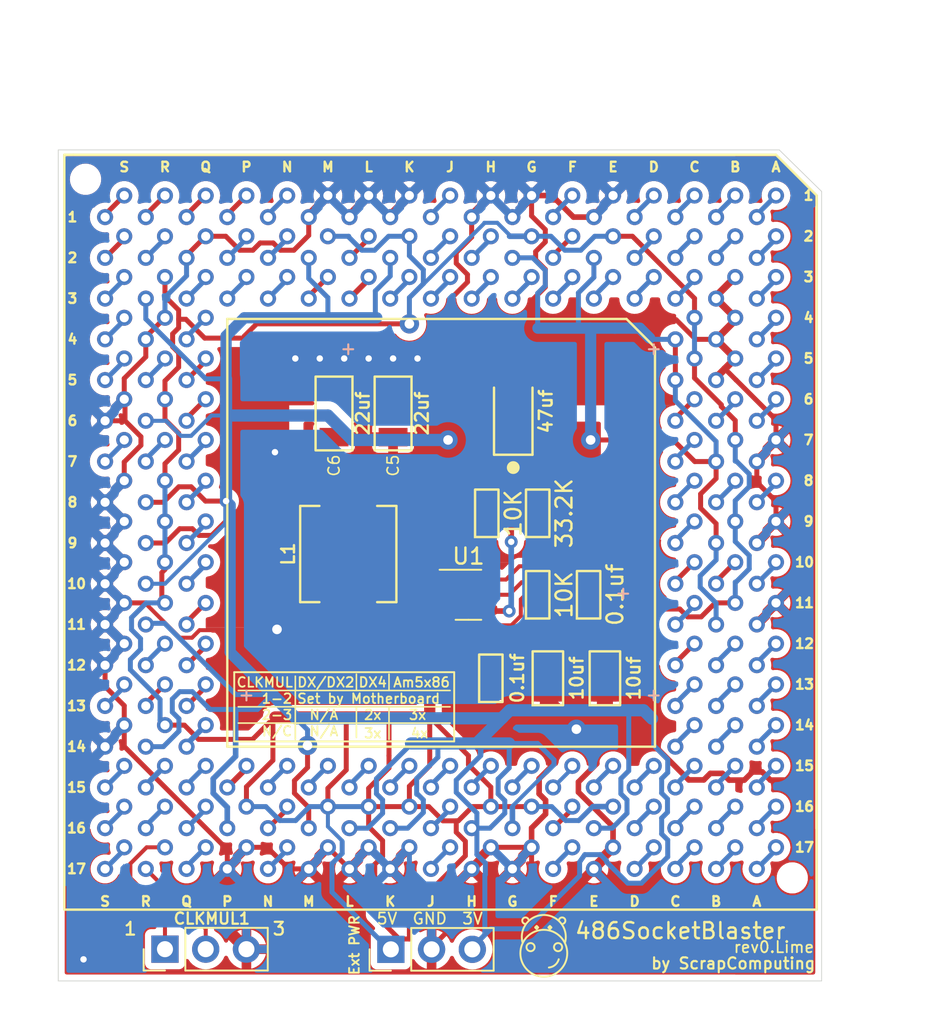
<source format=kicad_pcb>
(kicad_pcb (version 20211014) (generator pcbnew)
  (layers (0 "F.Cu" signal) (31 "B.Cu" signal) (34 "B.Paste" user) (35 "F.Paste" user) (36 "B.SilkS" user "B.Silkscreen") (37 "F.SilkS" user "F.Silkscreen") (38 "B.Mask" user) (39 "F.Mask" user) (44 "Edge.Cuts" user))
  (net 0 "")
  (net 1 "GND")
  (net 2 "Vin")
  (net 3 "Vout")
  (net 4 "Net-(CLKMUL1-Pad1)")
  (net 5 "SW")
  (net 6 "Net-(CLKMUL1-Pad2)")
  (net 7 "Net-(R1-Pad2)")
  (net 8 "FBVoltage")
  (net 9 "Net-(Pins1-PadA1)")
  (net 10 "Net-(Pins1-PadA2)")
  (net 11 "Net-(Pins1-PadA3)")
  (net 12 "Net-(Pins1-PadA4)")
  (net 13 "Net-(Pins1-PadA5)")
  (net 14 "Net-(Pins1-PadA6)")
  (net 15 "Net-(Pins1-PadA8)")
  (net 16 "Net-(Pins1-PadA10)")
  (net 17 "Net-(Pins1-PadA12)")
  (net 18 "Net-(Pins1-PadA13)")
  (net 19 "Net-(Pins1-PadA14)")
  (net 20 "Net-(Pins1-PadA15)")
  (net 21 "Net-(Pins1-PadA16)")
  (net 22 "Net-(Pins1-PadA17)")
  (net 23 "Net-(Pins1-PadB1)")
  (net 24 "Net-(Pins1-PadB2)")
  (net 25 "Net-(Pins1-PadB6)")
  (net 26 "Net-(Pins1-PadB8)")
  (net 27 "Net-(Pins1-PadB10)")
  (net 28 "Net-(Pins1-PadB12)")
  (net 29 "Net-(Pins1-PadB13)")
  (net 30 "Net-(Pins1-PadB14)")
  (net 31 "Net-(Pins1-PadB15)")
  (net 32 "Net-(Pins1-PadB16)")
  (net 33 "Net-(Pins1-PadB17)")
  (net 34 "Net-(Pins1-PadC1)")
  (net 35 "Net-(Pins1-PadC2)")
  (net 36 "Net-(Pins1-PadC3)")
  (net 37 "Net-(Pins1-PadC6)")
  (net 38 "Net-(Pins1-PadC7)")
  (net 39 "Net-(Pins1-PadC8)")
  (net 40 "Net-(Pins1-PadC9)")
  (net 41 "Net-(Pins1-PadC10)")
  (net 42 "Net-(Pins1-PadC11)")
  (net 43 "Net-(Pins1-PadC12)")
  (net 44 "Net-(Pins1-PadC13)")
  (net 45 "Net-(Pins1-PadC14)")
  (net 46 "Net-(Pins1-PadC15)")
  (net 47 "Net-(Pins1-PadC16)")
  (net 48 "Net-(Pins1-PadC17)")
  (net 49 "Net-(Pins1-PadD1)")
  (net 50 "Net-(Pins1-PadD2)")
  (net 51 "Net-(Pins1-PadD3)")
  (net 52 "Net-(Pins1-PadD15)")
  (net 53 "Net-(Pins1-PadD16)")
  (net 54 "Net-(Pins1-PadD17)")
  (net 55 "Net-(Pins1-PadE3)")
  (net 56 "Net-(Pins1-PadE15)")
  (net 57 "Net-(Pins1-PadF1)")
  (net 58 "Net-(Pins1-PadF2)")
  (net 59 "Net-(Pins1-PadF3)")
  (net 60 "Net-(Pins1-PadF15)")
  (net 61 "Net-(Pins1-PadF16)")
  (net 62 "Net-(Pins1-PadF17)")
  (net 63 "Net-(Pins1-PadG3)")
  (net 64 "Net-(Pins1-PadG15)")
  (net 65 "Net-(Pins1-PadH2)")
  (net 66 "Net-(Pins1-PadH3)")
  (net 67 "Net-(Pins1-PadH15)")
  (net 68 "Net-(Pins1-PadJ1)")
  (net 69 "Net-(Pins1-PadJ2)")
  (net 70 "Net-(Pins1-PadJ3)")
  (net 71 "Net-(Pins1-PadJ15)")
  (net 72 "Net-(Pins1-PadJ16)")
  (net 73 "Net-(Pins1-PadJ17)")
  (net 74 "Net-(Pins1-PadK3)")
  (net 75 "Net-(Pins1-PadK15)")
  (net 76 "Net-(Pins1-PadL2)")
  (net 77 "Net-(Pins1-PadL3)")
  (net 78 "Net-(Pins1-PadL15)")
  (net 79 "Net-(Pins1-PadM3)")
  (net 80 "Net-(Pins1-PadM15)")
  (net 81 "Net-(Pins1-PadN1)")
  (net 82 "Net-(Pins1-PadN2)")
  (net 83 "Net-(Pins1-PadN3)")
  (net 84 "Net-(Pins1-PadN15)")
  (net 85 "Net-(Pins1-PadN16)")
  (net 86 "Net-(Pins1-PadN17)")
  (net 87 "Net-(Pins1-PadP1)")
  (net 88 "Net-(Pins1-PadP2)")
  (net 89 "Net-(Pins1-PadP3)")
  (net 90 "Net-(Pins1-PadP15)")
  (net 91 "Net-(Pins1-PadQ1)")
  (net 92 "Net-(Pins1-PadQ3)")
  (net 93 "Net-(Pins1-PadQ4)")
  (net 94 "Net-(Pins1-PadQ5)")
  (net 95 "Net-(Pins1-PadQ6)")
  (net 96 "Net-(Pins1-PadQ7)")
  (net 97 "Net-(Pins1-PadQ8)")
  (net 98 "Net-(Pins1-PadQ9)")
  (net 99 "Net-(Pins1-PadQ10)")
  (net 100 "Net-(Pins1-PadQ11)")
  (net 101 "Net-(Pins1-PadQ12)")
  (net 102 "Net-(Pins1-PadQ13)")
  (net 103 "Net-(Pins1-PadQ14)")
  (net 104 "Net-(Pins1-PadQ15)")
  (net 105 "Net-(Pins1-PadQ16)")
  (net 106 "Net-(Pins1-PadQ17)")
  (net 107 "Net-(Pins1-PadR1)")
  (net 108 "Net-(Pins1-PadR2)")
  (net 109 "Net-(Pins1-PadR5)")
  (net 110 "Net-(Pins1-PadR7)")
  (net 111 "Net-(Pins1-PadR12)")
  (net 112 "Net-(Pins1-PadR13)")
  (net 113 "Net-(Pins1-PadR15)")
  (net 114 "Net-(Pins1-PadR16)")
  (net 115 "Net-(Pins1-PadS1)")
  (net 116 "Net-(Pins1-PadS2)")
  (net 117 "Net-(Pins1-PadS3)")
  (net 118 "Net-(Pins1-PadS4)")
  (net 119 "Net-(Pins1-PadS5)")
  (net 120 "Net-(Pins1-PadS7)")
  (net 121 "Net-(Pins1-PadS13)")
  (net 122 "Net-(Pins1-PadS15)")
  (net 123 "Net-(Pins1-PadS16)")
  (net 124 "Net-(Pins1-PadS17)")
  (net 125 "Net-(C4-Pad2)")
  (footprint "486SocketBlaster:486_168pga_socket" (layer "F.Cu") (at 141.045001 33.095001)
    (fp_text reference "Top1" hide)
    (fp_text value "486")
  )
  (footprint "486SocketBlaster:486_168pga_pins" (layer "F.Cu") (at 142.24 31.75)
    (fp_text reference "Pins1")
    (fp_text value "486Pins")
  )
  (footprint "Connector_PinHeader_2.54mm:PinHeader_1x03_P2.54mm_Vertical" (layer "F.Cu") (at 104.14 78.74 90)
    (fp_text reference "CLKMUL1")
    (fp_text value "CLKMUL")
  )
  (footprint "486SocketBlaster:R_0603_1608Metric" (layer "F.Cu") (at 124.206 51.562 90)
    (fp_text reference "R3" hide)
    (fp_text value "10K")
  )
  (footprint "Connector_PinHeader_2.54mm:PinHeader_1x03_P2.54mm_Vertical" (layer "F.Cu") (at 118.225 78.75 90)
    (fp_text reference "ExtPwr1" hide)
    (fp_text value "Conn_01x03")
  )
  (footprint "486SocketBlaster:C_1206_3216Metric" (layer "F.Cu") (at 118.364 45.338999 -90)
    (fp_text reference "C5")
    (fp_text value "22uf")
  )
  (footprint "486SocketBlaster:C_1206_3216Metric" (layer "F.Cu") (at 114.681 45.339 -90)
    (fp_text reference "C6")
    (fp_text value "22uf")
  )
  (footprint "486SocketBlaster:R_0603_1608Metric" (layer "F.Cu") (at 127.381 56.642 90)
    (fp_text reference "R1" hide)
    (fp_text value "10K")
  )
  (footprint "Package_TO_SOT_SMD:SOT-23-6" (layer "F.Cu") (at 123.063 56.642)
    (fp_text reference "U1")
    (fp_text value "TPS563200")
  )
  (footprint "486SocketBlaster:JLCPCB mounting hole" (layer "F.Cu") (at 143.256 74.295)
    (fp_text reference "REF**" hide)
    (fp_text value "JLCPCB mounting hole")
  )
  (footprint "486SocketBlaster:C_0603_1608Metric" (layer "F.Cu") (at 124.46 61.849 90)
    (fp_text reference "C3" hide)
    (fp_text value "0.1uf")
  )
  (footprint "486SocketBlaster:C_0805_2012Metric" (layer "F.Cu") (at 131.572 61.849 90)
    (fp_text reference "C2")
    (fp_text value "10uf")
  )
  (footprint "486SocketBlaster:CP_EIA-3216-12_Kemet-S_Pad1.58x1.35mm_HandSolder" (layer "F.Cu") (at 125.857 45.212 90)
    (fp_text reference "C7" hide)
    (fp_text value "47uf")
  )
  (footprint "" (layer "F.Cu") (at 99.187 30.734)
    (fp_text reference "")
    (fp_text value "")
  )
  (footprint "486SocketBlaster:R_0603_1608Metric" (layer "F.Cu") (at 127.381 51.562 90)
    (fp_text reference "R2" hide)
    (fp_text value "33.2K")
  )
  (footprint "486SocketBlaster:L_5.5x5.5" (layer "F.Cu") (at 115.57 54.102 90)
    (fp_text reference "L1")
    (fp_text value "3.3uh")
  )
  (footprint "486SocketBlaster:C_0805_2012Metric" (layer "F.Cu") (at 128.015999 61.849 90)
    (fp_text reference "C1")
    (fp_text value "10uf")
  )
  (footprint "486SocketBlaster:C_0603_1608Metric" (layer "F.Cu") (at 130.556 56.642 90)
    (fp_text reference "C4" hide)
    (fp_text value "0.1uf")
  )
  (gr_arc (start 126.618999 77.162803) (mid 126.456101 76.844588) (end 126.809499 76.898501) (layer "F.SilkS") (width 0.12))
  (gr_circle (center 128.651 78.613) (end 128.651 78.359) (layer "F.SilkS") (width 0.12) (fill none))
  (gr_circle (center 126.9365 78.613) (end 126.9365 78.867) (layer "F.SilkS") (width 0.12) (fill none))
  (gr_arc (start 128.692666 79.369045) (mid 128.466554 79.722027) (end 128.0795 79.883) (layer "F.SilkS") (width 0.12))
  (gr_circle (center 127.762 78.994) (end 126.9365 77.7875) (layer "F.SilkS") (width 0.12) (fill none))
  (gr_arc (start 126.4285 78.2955) (mid 127.762 76.607223) (end 129.0955 78.2955) (layer "F.SilkS") (width 0.12))
  (gr_line (start 116.078 62.611) (end 116.078 61.595) (layer "F.SilkS") (width 0.1))
  (gr_line (start 112.268 65.659) (end 112.268 61.722) (layer "F.SilkS") (width 0.1))
  (gr_line (start 116.078 63.627) (end 116.078 65.532) (layer "F.SilkS") (width 0.1))
  (gr_line (start 118.11 63.627) (end 118.11 65.659) (layer "F.SilkS") (width 0.1))
  (gr_line (start 108.712 63.627) (end 121.92 63.627) (layer "F.SilkS") (width 0.1))
  (gr_line (start 108.712 62.611) (end 121.92 62.611) (layer "F.SilkS") (width 0.1))
  (gr_line (start 108.712 64.643) (end 121.92 64.643) (layer "F.SilkS") (width 0.1))
  (gr_line (start 118.11 62.611) (end 118.11 61.595) (layer "F.SilkS") (width 0.1))
  (gr_line (start 108.458 65.786) (end 108.458 61.468) (layer "F.SilkS") (width 0.12))
  (gr_line (start 144.653 76.275001) (end 144.78 76.275001) (layer "F.SilkS") (width 0.15))
  (gr_line (start 122.174 61.468) (end 122.174 65.786) (layer "F.SilkS") (width 0.12))
  (gr_line (start 98.425 29.21) (end 97.865001 29.21) (layer "F.SilkS") (width 0.15))
  (gr_line (start 144.78 76.2) (end 144.78 76.275001) (layer "F.SilkS") (width 0.15))
  (gr_line (start 108.458 61.468) (end 122.174 61.468) (layer "F.SilkS") (width 0.12))
  (gr_line (start 122.174 65.786) (end 108.458 65.786) (layer "F.SilkS") (width 0.12))
  (gr_line (start 97.865001 29.285001) (end 97.865001 29.21) (layer "F.SilkS") (width 0.15))
  (gr_arc (start 128.704197 76.961999) (mid 129.022412 76.799101) (end 128.968499 77.152499) (layer "F.SilkS") (width 0.12))
  (gr_line (start 97.4852 28.9052) (end 97.4852 80.7212) (layer "Edge.Cuts") (width 0.05))
  (gr_line (start 145.0848 80.7212) (end 97.4852 80.7212) (layer "Edge.Cuts") (width 0.05))
  (gr_line (start 97.4852 28.9052) (end 142.4432 28.9052) (layer "Edge.Cuts") (width 0.05))
  (gr_line (start 145.0848 31.496) (end 145.0848 80.7212) (layer "Edge.Cuts") (width 0.05))
  (gr_line (start 142.4432 28.9052) (end 145.0848 31.496) (layer "Edge.Cuts") (width 0.05))
  (gr_text "+" (at 134.62 41.275) (layer "B.SilkS") (effects (font (size 0.8 0.8) (thickness 0.13)) (justify mirror)))
  (gr_text "+" (at 115.57 41.275) (layer "B.SilkS") (effects (font (size 0.8 0.8) (thickness 0.13)) (justify mirror)))
  (gr_text "+" (at 134.62 62.865) (layer "B.SilkS") (effects (font (size 0.8 0.8) (thickness 0.13)) (justify mirror)))
  (gr_text "+" (at 109.22 62.865) (layer "B.SilkS") (effects (font (size 0.8 0.8) (thickness 0.13)) (justify mirror)))
  (gr_text "+" (at 132.715 56.515) (layer "B.SilkS") (effects (font (size 0.8 0.8) (thickness 0.13)) (justify mirror)))
  (gr_text "GND" (at 120.65 76.835) (layer "F.SilkS") (effects (font (size 0.7 0.7) (thickness 0.11))))
  (gr_text "3V" (at 123.317 76.835) (layer "F.SilkS") (effects (font (size 0.7 0.7) (thickness 0.11))))
  (gr_text "." (at 128.143 76.7715) (layer "F.SilkS") (effects (font (size 1.5 1.5))))
  (gr_text "." (at 127.3175 76.7715) (layer "F.SilkS") (effects (font (size 1.5 1.5))))
  (gr_text "Am5x86" (at 120.142 62.103) (layer "F.SilkS") (effects (font (size 0.6 0.6) (thickness 0.11))))
  (gr_text "N/A" (at 114.046 65.151) (layer "F.SilkS") (effects (font (size 0.6 0.6) (thickness 0.11))))
  (gr_text "4x" (at 120.015 65.278) (layer "F.SilkS") (effects (font (size 0.6 0.6) (thickness 0.11))))
  (gr_text "Set by Motherboard" (at 116.84 63.119) (layer "F.SilkS") (effects (font (size 0.6 0.6) (thickness 0.11))))
  (gr_text "DX4" (at 117.094 62.103) (layer "F.SilkS") (effects (font (size 0.6 0.6) (thickness 0.11))))
  (gr_text "3x" (at 119.888 64.135) (layer "F.SilkS") (effects (font (size 0.6 0.6) (thickness 0.11))))
  (gr_text "2x" (at 117.094 64.135) (layer "F.SilkS") (effects (font (size 0.6 0.6) (thickness 0.11))))
  (gr_text "1-2" (at 111.125 63.119) (layer "F.SilkS") (effects (font (size 0.6 0.6) (thickness 0.11))))
  (gr_text "DX/DX2" (at 114.173 62.103) (layer "F.SilkS") (effects (font (size 0.6 0.6) (thickness 0.11))))
  (gr_text "N/C" (at 111.125 65.151) (layer "F.SilkS") (effects (font (size 0.6 0.6) (thickness 0.11))))
  (gr_text "N/A" (at 114.046 64.135) (layer "F.SilkS") (effects (font (size 0.6 0.6) (thickness 0.11))))
  (gr_text "2-3" (at 111.125 64.135) (layer "F.SilkS") (effects (font (size 0.6 0.6) (thickness 0.11))))
  (gr_text "3x" (at 117.094 65.278) (layer "F.SilkS") (effects (font (size 0.6 0.6) (thickness 0.11))))
  (gr_text "Ext PWR" (at 115.951 78.486 90) (layer "F.SilkS") (effects (font (size 0.6 0.6) (thickness 0.12))))
  (gr_text "3" (at 111.252 77.47) (layer "F.SilkS") (effects (font (size 0.8 0.8) (thickness 0.14))))
  (gr_text "rev0.Lime" (at 142.113 78.613) (layer "F.SilkS") (effects (font (size 0.7 0.7) (thickness 0.11))))
  (gr_text "486SocketBlaster" (at 136.271 77.597) (layer "F.SilkS") (effects (font (size 1 1))))
  (gr_text "by ScrapComputing" (at 139.573 79.629) (layer "F.SilkS") (effects (font (size 0.7 0.7) (thickness 0.13))))
  (gr_text "1" (at 101.981 77.47) (layer "F.SilkS") (effects (font (size 0.8 0.8) (thickness 0.14))))
  (gr_text "CLKMUL" (at 110.363 62.103) (layer "F.SilkS") (effects (font (size 0.6 0.6) (thickness 0.11))))
  (gr_text "5V" (at 117.983 76.835) (layer "F.SilkS") (effects (font (size 0.7 0.7) (thickness 0.11))))
  (segment (start 137.235001 40.715001) (end 138.505001 40.715001) (width 0.31) (layer "F.Cu") (net 1))
  (segment (start 113.105001 73.735001) (end 113.105001 73.584999) (width 0.31) (layer "F.Cu") (net 1))
  (segment (start 111.125 54.102) (end 123.825 54.102) (width 0.25) (layer "F.Cu") (net 1))
  (segment (start 110.889999 34.707601) (end 111.342399 35.160001) (width 0.31) (layer "F.Cu") (net 1))
  (segment (start 101.6 49.53) (end 100.33 50.8) (width 0.31) (layer "F.Cu") (net 1))
  (segment (start 127.874511 69.454511) (end 127.47049 69.05049) (width 0.35) (layer "F.Cu") (net 1))
  (segment (start 107.932398 34.29) (end 108.802399 35.160001) (width 0.31) (layer "F.Cu") (net 1))
  (segment (start 100.405001 58.495001) (end 101.6 59.69) (width 0.31) (layer "F.Cu") (net 1))
  (segment (start 136.797765 68.184511) (end 137.738745 68.184511) (width 0.35) (layer "F.Cu") (net 1))
  (segment (start 127.569 62.799) (end 131.064 62.799) (width 0.8) (layer "F.Cu") (net 1))
  (segment (start 105.485001 35.484999) (end 106.68 34.29) (width 0.31) (layer "F.Cu") (net 1))
  (segment (start 110.998 58.674) (end 111.125 58.801) (width 0.76) (layer "F.Cu") (net 1))
  (segment (start 127 72.540002) (end 126.849998 72.39) (width 0.31) (layer "F.Cu") (net 1))
  (segment (start 139.055 42.555) (end 139.7 41.91) (width 0.45) (layer "F.Cu") (net 1))
  (segment (start 127.856269 37.455271) (end 127.856269 36.354731) (width 0.31) (layer "F.Cu") (net 1))
  (segment (start 138.505001 43.255001) (end 138.505001 43.104999) (width 0.31) (layer "F.Cu") (net 1))
  (segment (start 122.047 39.37) (end 122.047 38.1) (width 0.31) (layer "F.Cu") (net 1))
  (segment (start 127 31.900002) (end 125.805001 33.095001) (width 0.45) (layer "F.Cu") (net 1))
  (segment (start 100.33 50.8) (end 101.6 52.07) (width 0.31) (layer "F.Cu") (net 1))
  (segment (start 141.045001 53.415001) (end 141.045001 53.264999) (width 0.35) (layer "F.Cu") (net 1))
  (segment (start 126.849998 72.39) (end 124.46 72.39) (width 0.31) (layer "F.Cu") (net 1))
  (segment (start 123.265001 32.944999) (end 124.46 31.75) (width 0.45) (layer "F.Cu") (net 1))
  (segment (start 137.738745 68.184511) (end 138.142766 67.78049) (width 0.35) (layer "F.Cu") (net 1))
  (segment (start 140.264256 68.199) (end 140.772256 67.691) (width 0.35) (layer "F.Cu") (net 1))
  (segment (start 130.937 66.167) (end 134.829751 66.167) (width 0.35) (layer "F.Cu") (net 1))
  (segment (start 101.648203 45.795001) (end 101.648203 44.498203) (width 0.31) (layer "F.Cu") (net 1))
  (segment (start 114.3 72.39) (end 115.645001 73.735001) (width 0.31) (layer "F.Cu") (net 1))
  (segment (start 127.254 35.752462) (end 127.254 35.244462) (width 0.31) (layer "F.Cu") (net 1))
  (segment (start 122.047 39.37) (end 122.174 39.497) (width 0.31) (layer "F.Cu") (net 1))
  (segment (start 110.998 47.752) (end 110.998 53.975) (width 0.76) (layer "F.Cu") (net 1))
  (segment (start 128.506703 67.073297) (end 128.506703 66.565297) (width 0.35) (layer "F.Cu") (net 1))
  (segment (start 127 71.187251) (end 127.874511 70.31274) (width 0.35) (layer "F.Cu") (net 1))
  (segment (start 101.6 57.15) (end 101.6 57.300002) (width 0.31) (layer "F.Cu") (net 1))
  (segment (start 139.7 39.37) (end 139.7 39.520002) (width 0.31) (layer "F.Cu") (net 1))
  (segment (start 127.856269 36.354731) (end 127.254 35.752462) (width 0.31) (layer "F.Cu") (net 1))
  (segment (start 109.22 72.39) (end 110.516798 72.39) (width 0.31) (layer "F.Cu") (net 1))
  (segment (start 129.615001 33.095001) (end 128.27 31.75) (width 0.35) (layer "F.Cu") (net 1))
  (segment (start 100.405001 45.795001) (end 101.648203 45.795001) (width 0.31) (layer "F.Cu") (net 1))
  (segment (start 123.001462 37.145538) (end 123.001462 36.674193) (width 0.31) (layer "F.Cu") (net 1))
  (segment (start 131.064 66.294) (end 129.794 65.024) (width 0.35) (layer "F.Cu") (net 1))
  (segment (start 108.802399 35.160001) (end 109.619999 35.160001) (width 0.31) (layer "F.Cu") (net 1))
  (segment (start 130.885001 33.095001) (end 129.615001 33.095001) (width 0.35) (layer "F.Cu") (net 1))
  (segment (start 110.998 53.975) (end 110.998 58.674) (width 0.76) (layer "F.Cu") (net 1))
  (segment (start 105.485001 35.635001) (end 105.485001 35.484999) (width 0.31) (layer "F.Cu") (net 1))
  (segment (start 139.755001 43.255001) (end 139.055 42.555) (width 0.31) (layer "F.Cu") (net 1))
  (segment (start 101.6 43.153202) (end 102.945001 41.808201) (width 0.31) (layer "F.Cu") (net 1))
  (segment (start 141.045001 49.622603) (end 141.045001 48.335001) (width 0.31) (layer "F.Cu") (net 1))
  (segment (start 112.177601 35.160001) (end 113.105001 34.232601) (width 0.31) (layer "F.Cu") (net 1))
  (segment (start 127.254 35.244462) (end 127.854511 34.643951) (width 0.31) (layer "F.Cu") (net 1))
  (segment (start 105.06631 59.319512) (end 105.826526 59.319512) (width 0.25) (layer "F.Cu") (net 1))
  (segment (start 102.917202 57.15) (end 102.917202 57.170404) (width 0.25) (layer "F.Cu") (net 1))
  (segment (start 113.105001 34.232601) (end 113.105001 33.095001) (width 0.31) (layer "F.Cu") (net 1))
  (segment (start 142.24 57.300002) (end 141.045001 58.495001) (width 0.45) (layer "F.Cu") (net 1))
  (segment (start 101.6 48.3628) (end 102.641901 47.320899) (width 0.31) (layer "F.Cu") (net 1))
  (segment (start 139.757399 43.255001) (end 139.755001 43.255001) (width 0.31) (layer "F.Cu") (net 1))
  (segment (start 116.84 31.75) (end 118.185001 33.095001) (width 0.45) (layer "F.Cu") (net 1))
  (segment (start 101.6 57.300002) (end 100.405001 58.495001) (width 0.31) (layer "F.Cu") (net 1))
  (segment (start 109.22 72.39) (end 109.22 72.540002) (width 0.31) (layer "F.Cu") (net 1))
  (segment (start 127.874511 70.31274) (end 127.874511 69.454511) (width 0.35) (layer "F.Cu") (net 1))
  (segment (start 127.569 62.799) (end 129.794 65.024) (width 0.8) (layer "F.Cu") (net 1))
  (segment (start 123.265001 33.095001) (end 123.265001 32.944999) (width 0.45) (layer "F.Cu") (net 1))
  (segment (start 141.045001 48.184999) (end 142.24 46.99) (width 0.31) (layer "F.Cu") (net 1))
  (segment (start 134.829751 66.216497) (end 136.797765 68.184511) (width 0.35) (layer "F.Cu") (net 1))
  (segment (start 100.405001 61.035001) (end 100.405001 62.361399) (width 0.31) (layer "F.Cu") (net 1))
  (segment (start 108.025001 77.545001) (end 109.22 78.74) (width 0.76) (layer "F.Cu") (net 1))
  (segment (start 122.301 35.973731) (end 122.301 35.306) (width 0.31) (layer "F.Cu") (net 1))
  (segment (start 127.127 38.18454) (end 127.856269 37.455271) (width 0.31) (layer "F.Cu") (net 1))
  (segment (start 127 33.02) (end 127 31.75) (width 0.31) (layer "F.Cu") (net 1))
  (segment (start 123.265001 34.341999) (end 123.265001 33.095001) (width 0.31) (layer "F.Cu") (net 1))
  (segment (start 132.08 71.10796) (end 129.921 68.94896) (width 0.35) (layer "F.Cu") (net 1))
  (segment (start 130.885001 73.584999) (end 132.08 72.39) (width 0.45) (layer "F.Cu") (net 1))
  (segment (start 123.19 76.2) (end 125.73 76.2) (width 0.31) (layer "F.Cu") (net 1))
  (segment (start 101.6 66.101538) (end 101.6 64.77) (width 0.31) (layer "F.Cu") (net 1))
  (segment (start 127.854511 34.643951) (end 127.854511 33.874511) (width 0.31) (layer "F.Cu") (net 1))
  (segment (start 108.025001 72.526539) (end 101.6 66.101538) (width 0.31) (layer "F.Cu") (net 1))
  (segment (start 102.641901 47.320899) (end 102.641901 46.788699) (width 0.31) (layer "F.Cu") (net 1))
  (segment (start 102.945001 40.564999) (end 104.14 39.37) (width 0.31) (layer "F.Cu") (net 1))
  (segment (start 100.405001 53.415001) (end 101.6 54.61) (width 0.31) (layer "F.Cu") (net 1))
  (segment (start 102.641901 46.788699) (end 101.648203 45.795001) (width 0.31) (layer "F.Cu") (net 1))
  (segment (start 127 31.75) (end 127 31.900002) (width 0.45) (layer "F.Cu") (net 1))
  (segment (start 128.27 31.75) (end 127 31.75) (width 0.35) (layer "F.Cu") (net 1))
  (segment (start 113.105001 33.095001) (end 113.105001 32.944999) (width 0.45) (layer "F.Cu") (net 1))
  (segment (start 106.296039 58.849999) (end 107.109999 58.849999) (width 0.25) (layer "F.Cu") (net 1))
  (segment (start 102.917202 57.170404) (end 105.06631 59.319512) (width 0.25) (layer "F.Cu") (net 1))
  (segment (start 115.645001 32.944999) (end 116.84 31.75) (width 0.45) (layer "F.Cu") (net 1))
  (segment (start 128.506703 66.565297) (end 129.794 65.278) (width 0.35) (layer "F.Cu") (net 1))
  (segment (start 108.025001 76.124999) (end 108.025001 77.545001) (width 0.76) (layer "F.Cu") (net 1))
  (segment (start 102.945001 41.808201) (end 102.945001 40.715001) (width 0.31) (layer "F.Cu") (net 1))
  (segment (start 138.505001 38.024999) (end 139.7 36.83) (width 0.45) (layer "F.Cu") (net 1))
  (segment (start 127.854511 33.874511) (end 127 33.02) (width 0.31) (layer "F.Cu") (net 1))
  (segment (start 142.24 57.15) (end 142.24 57.300002) (width 0.31) (layer "F.Cu") (net 1))
  (segment (start 141.045001 48.335001) (end 141.045001 48.184999) (width 0.31) (layer "F.Cu") (net 1))
  (segment (start 123.265001 73.584999) (end 124.46 72.39) (width 0.31) (layer "F.Cu") (net 1))
  (segment (start 132.08 72.39) (end 132.08 71.10796) (width 0.35) (layer "F.Cu") (net 1))
  (segment (start 100.405001 53.415001) (end 100.405001 53.264999) (width 0.31) (layer "F.Cu") (net 1))
  (segment (start 100.405001 60.884999) (end 101.6 59.69) (width 0.31) (layer "F.Cu") (net 1))
  (segment (start 134.829751 66.167) (end 134.829751 66.216497) (width 0.35) (layer "F.Cu") (net 1))
  (segment (start 130.885001 33.095001) (end 130.885001 32.944999) (width 0.35) (layer "F.Cu") (net 1))
  (segment (start 125.73 76.2) (end 127 74.93) (width 0.31) (layer "F.Cu") (net 1))
  (segment (start 122.174 39.497) (end 127.127 39.497) (width 0.31) (layer "F.Cu") (net 1))
  (segment (start 120.65 78.74) (end 123.19 76.2) (width 0.31) (layer "F.Cu") (net 1))
  (segment (start 130.89454 39.497) (end 136.017 39.497) (width 0.31) (layer "F.Cu") (net 1))
  (segment (start 101.6 64.77) (end 101.6 64.920002) (width 0.31) (layer "F.Cu") (net 1))
  (segment (start 101.648203 44.498203) (end 101.6 44.45) (width 0.31) (layer "F.Cu") (net 1))
  (segment (start 111.342399 35.160001) (end 112.177601 35.160001) (width 0.31) (layer "F.Cu") (net 1))
  (segment (start 138.505001 38.175001) (end 138.505001 38.024999) (width 0.31) (layer "F.Cu") (net 1))
  (segment (start 118.185001 32.944999) (end 119.38 31.75) (width 0.45) (layer "F.Cu") (net 1))
  (segment (start 101.6 44.45) (end 101.6 43.153202) (width 0.31) (layer "F.Cu") (net 1))
  (segment (start 113.105001 73.584999) (end 114.3 72.39) (width 0.31) (layer "F.Cu") (net 1))
  (segment (start 101.6 64.920002) (end 100.405001 66.115001) (width 0.31) (layer "F.Cu") (net 1))
  (segment (start 131.064 67.172376) (end 131.064 66.294) (width 0.35) (layer "F.Cu") (net 1))
  (segment (start 127.47049 69.05049) (end 127.47049 68.10951) (width 0.35) (layer "F.Cu") (net 1))
  (segment (start 129.794 65.278) (end 129.794 65.024) (width 0.35) (layer "F.Cu") (net 1))
  (segment (start 129.921 68.94896) (end 129.921 68.315376) (width 0.35) (layer "F.Cu") (net 1))
  (segment (start 142.24 46.99) (end 142.24 45.737602) (width 0.31) (layer "F.Cu") (net 1))
  (segment (start 129.794 65.024) (end 130.937 66.167) (width 0.35) (layer "F.Cu") (net 1))
  (segment (start 142.24 50.817602) (end 141.045001 49.622603) (width 0.31) (layer "F.Cu") (net 1))
  (segment (start 123.825 54.102) (end 124.206 53.721) (width 0.25) (layer "F.Cu") (net 1))
  (segment (start 109.619999 35.160001) (end 110.072399 34.707601) (width 0.31) (layer "F.Cu") (net 1))
  (segment (start 108.025001 73.735001) (end 108.025001 72.526539) (width 0.31) (layer "F.Cu") (net 1))
  (segment (start 110.072399 34.707601) (end 110.889999 34.707601) (width 0.31) (layer "F.Cu") (net 1))
  (segment (start 123.265001 73.735001) (end 123.265001 73.584999) (width 0.31) (layer "F.Cu") (net 1))
  (segment (start 129.921 68.315376) (end 131.064 67.172376) (width 0.35) (layer "F.Cu") (net 1))
  (segment (start 127 72.39) (end 127 72.540002) (width 0.31) (layer "F.Cu") (net 1))
  (segment (start 127.761999 62.799) (end 124.46 62.799) (width 0.8) (layer "F.Cu") (net 1))
  (segment (start 122.301 35.306) (end 123.265001 34.341999) (width 0.31) (layer "F.Cu") (net 1))
  (segment (start 109.22 72.540002) (end 108.025001 73.735001) (width 0.31) (layer "F.Cu") (net 1))
  (segment (start 111.125 58.801) (end 111.076001 58.849999) (width 0.31) (layer "F.Cu") (net 1))
  (segment (start 115.645001 33.095001) (end 115.645001 32.944999) (width 0.45) (layer "F.Cu") (net 1))
  (segment (start 122.047 38.1) (end 123.001462 37.145538) (width 0.31) (layer "F.Cu") (net 1))
  (segment (start 130.885001 32.944999) (end 132.08 31.75) (width 0.35) (layer "F.Cu") (net 1))
  (segment (start 123.001462 36.674193) (end 122.301 35.973731) (width 0.31) (layer "F.Cu") (net 1))
  (segment (start 118.185001 33.095001) (end 118.185001 32.944999) (width 0.31) (layer "F.Cu") (net 1))
  (segment (start 127 72.540002) (end 125.805001 73.735001) (width 0.31) (layer "F.Cu") (net 1))
  (segment (start 100.405001 62.361399) (end 101.6 63.556398) (width 0.31) (layer "F.Cu") (net 1))
  (segment (start 110.998 53.975) (end 111.125 54.102) (width 0.25) (layer "F.Cu") (net 1))
  (segment (start 101.6 63.556398) (end 101.6 64.77) (width 0.31) (layer "F.Cu") (net 1))
  (segment (start 139.319 68.199) (end 140.264256 68.199) (width 0.35) (layer "F.Cu") (net 1))
  (segment (start 110.516798 72.39) (end 111.861799 73.735001) (width 0.31) (layer "F.Cu") (net 1))
  (segment (start 124.206 53.721) (end 124.206 52.337) (width 0.25) (layer "F.Cu") (net 1))
  (segment (start 100.405001 55.955001) (end 100.405001 55.804999) (width 0.31) (layer "F.Cu") (net 1))
  (segment (start 101.6 57.15) (end 100.405001 55.955001) (width 0.31) (layer "F.Cu") (net 1))
  (segment (start 100.405001 55.804999) (end 101.6 54.61) (width 0.31) (layer "F.Cu") (net 1))
  (segment (start 138.505001 43.104999) (end 139.055 42.555) (width 0.45) (layer "F.Cu") (net 1))
  (segment (start 142.24 45.737602) (end 139.757399 43.255001) (width 0.31) (layer "F.Cu") (net 1))
  (segment (start 102.917202 57.15) (end 101.6 57.15) (width 0.31) (layer "F.Cu") (net 1))
  (segment (start 111.861799 73.735001) (end 113.105001 73.735001) (width 0.31) (layer "F.Cu") (net 1))
  (segment (start 139.7 41.91) (end 138.505001 40.715001) (width 0.45) (layer "F.Cu") (net 1))
  (segment (start 138.90049 67.78049) (end 139.319 68.199) (width 0.35) (layer "F.Cu") (net 1))
  (segment (start 138.142766 67.78049) (end 138.90049 67.78049) (width 0.35) (layer "F.Cu") (net 1))
  (segment (start 110.744 48.006) (end 110.998 47.752) (width 0.31) (layer "F.Cu") (net 1))
  (segment (start 127 72.39) (end 127 71.187251) (width 0.35) (layer "F.Cu") (net 1))
  (segment (start 141.384254 67.691) (end 141.892254 68.199) (width 0.35) (layer "F.Cu") (net 1))
  (segment (start 127.47049 68.10951) (end 128.506703 67.073297) (width 0.35) (layer "F.Cu") (net 1))
  (segment (start 100.405001 53.264999) (end 101.6 52.07) (width 0.31) (layer "F.Cu") (net 1))
  (segment (start 105.826526 59.319512) (end 106.296039 58.849999) (width 0.25) (layer "F.Cu") (net 1))
  (segment (start 141.892254 68.199) (end 143.256 68.199) (width 0.35) (layer "F.Cu") (net 1))
  (segment (start 111.076001 58.849999) (end 107.109999 58.849999) (width 0.31) (layer "F.Cu") (net 1))
  (segment (start 139.7 39.520002) (end 138.505001 40.715001) (width 0.45) (layer "F.Cu") (net 1))
  (segment (start 139.7 39.37) (end 138.505001 38.175001) (width 0.45) (layer "F.Cu") (net 1))
  (segment (start 113.105001 32.944999) (end 114.3 31.75) (width 0.45) (layer "F.Cu") (net 1))
  (segment (start 130.885001 73.735001) (end 130.885001 73.584999) (width 0.31) (layer "F.Cu") (net 1))
  (segment (start 127 74.93) (end 127 72.39) (width 0.31) (layer "F.Cu") (net 1))
  (segment (start 142.24 52.07) (end 142.24 50.817602) (width 0.31) (layer "F.Cu") (net 1))
  (segment (start 108.025001 73.735001) (end 108.025001 76.124999) (width 0.76) (layer "F.Cu") (net 1))
  (segment (start 127.127 39.497) (end 127.127 38.18454) (width 0.31) (layer "F.Cu") (net 1))
  (segment (start 106.68 34.29) (end 107.932398 34.29) (width 0.31) (layer "F.Cu") (net 1))
  (segment (start 100.405001 61.035001) (end 100.405001 60.884999) (width 0.31) (layer "F.Cu") (net 1))
  (segment (start 114.3 31.75) (end 115.645001 33.095001) (width 0.45) (layer "F.Cu") (net 1))
  (segment (start 136.017 39.497) (end 137.235001 40.715001) (width 0.31) (layer "F.Cu") (net 1))
  (segment (start 101.6 49.53) (end 101.6 48.3628) (width 0.31) (layer "F.Cu") (net 1))
  (segment (start 141.045001 53.264999) (end 142.24 52.07) (width 0.35) (layer "F.Cu") (net 1))
  (segment (start 140.772256 67.691) (end 141.384254 67.691) (width 0.35) (layer "F.Cu") (net 1))
  (segment (start 127.127 39.497) (end 130.89454 39.497) (width 0.31) (layer "F.Cu") (net 1))
  (segment (start 124.46 31.75) (end 125.805001 33.095001) (width 0.45) (layer "F.Cu") (net 1))
  (via (at 129.794 65.024) (size 1.2) (drill 0.6) (layers "F.Cu" "B.Cu") (net 1))
  (via (at 111.125 58.801) (size 1.2) (drill 0.6) (layers "F.Cu" "B.Cu") (net 1))
  (via (at 99.06 79.375) (size 0.8) (drill 0.4) (layers "F.Cu" "B.Cu") (net 1))
  (via (at 112.268 41.91) (size 0.8) (drill 0.4) (layers "F.Cu" "B.Cu") (net 1))
  (via (at 115.316 41.91) (size 0.8) (drill 0.4) (layers "F.Cu" "B.Cu") (net 1))
  (via (at 119.888 41.91) (size 0.8) (drill 0.4) (layers "F.Cu" "B.Cu") (net 1))
  (via (at 113.792 41.91) (size 0.8) (drill 0.4) (layers "F.Cu" "B.Cu") (net 1))
  (via (at 116.84 41.91) (size 0.8) (drill 0.4) (layers "F.Cu" "B.Cu") (net 1))
  (via (at 110.998 47.752) (size 0.8) (drill 0.4) (layers "F.Cu" "B.Cu") (net 1))
  (via (at 118.364 41.91) (size 0.8) (drill 0.4) (layers "F.Cu" "B.Cu") (net 1))
  (segment (start 118.185001 73.584999) (end 119.38 72.39) (width 0.31) (layer "B.Cu") (net 1))
  (segment (start 129.8825 64.9355) (end 129.794 65.024) (width 0.76) (layer "B.Cu") (net 1))
  (segment (start 120.360699 74.676) (end 122.324002 74.676) (width 0.31) (layer "B.Cu") (net 1))
  (segment (start 119.38 72.39) (end 119.38 73.695301) (width 0.31) (layer "B.Cu") (net 1))
  (segment (start 116.84 72.39) (end 118.185001 73.735001) (width 0.31) (layer "B.Cu") (net 1))
  (segment (start 105.485001 36.754999) (end 105.485001 35.635001) (width 0.31) (layer "B.Cu") (net 1))
  (segment (start 104.14 38.1) (end 105.485001 36.754999) (width 0.31) (layer "B.Cu") (net 1))
  (segment (start 122.324002 74.676) (end 123.265001 73.735001) (width 0.31) (layer "B.Cu") (net 1))
  (segment (start 119.38 73.695301) (end 120.360699 74.676) (width 0.31) (layer "B.Cu") (net 1))
  (segment (start 116.84 72.39) (end 116.84 72.540002) (width 0.31) (layer "B.Cu") (net 1))
  (segment (start 104.14 39.37) (end 104.14 38.1) (width 0.31) (layer "B.Cu") (net 1))
  (segment (start 116.84 72.540002) (end 115.645001 73.735001) (width 0.31) (layer "B.Cu") (net 1))
  (segment (start 118.185001 73.735001) (end 120.65 76.2) (width 0.31) (layer "B.Cu") (net 1))
  (segment (start 120.65 76.2) (end 120.65 78.74) (width 0.31) (layer "B.Cu") (net 1))
  (segment (start 118.185001 73.735001) (end 118.185001 73.584999) (width 0.31) (layer "B.Cu") (net 1))
  (segment (start 121.477462 70.739) (end 122.428 70.739) (width 0.31) (layer "F.Cu") (net 2))
  (segment (start 116.84 69.85) (end 119.38 69.85) (width 0.31) (layer "F.Cu") (net 2))
  (segment (start 123.317 69.85) (end 124.46 69.85) (width 0.31) (layer "F.Cu") (net 2))
  (segment (start 104.994511 39.997029) (end 104.617231 40.374309) (width 0.31) (layer "F.Cu") (net 2))
  (segment (start 118.11 64.262) (end 120.65 64.262) (width 0.7) (layer "F.Cu") (net 2))
  (segment (start 124.46 69.85) (end 123.3964 69.85) (width 0.31) (layer "F.Cu") (net 2))
  (segment (start 105.440973 39.462511) (end 104.994511 39.462511) (width 0.31) (layer "F.Cu") (net 2))
  (segment (start 118.11 66.675) (end 118.11 64.262) (width 0.31) (layer "F.Cu") (net 2))
  (segment (start 110.871 66.963489) (end 110.871 64.389) (width 0.31) (layer "F.Cu") (net 2))
  (segment (start 104.994511 41.556049) (end 104.994511 42.452489) (width 0.31) (layer "F.Cu") (net 2))
  (segment (start 139.7 45.776398) (end 139.7 46.99) (width 0.31) (layer "F.Cu") (net 2))
  (segment (start 104.994511 47.617029) (end 104.14 48.47154) (width 0.31) (layer "F.Cu") (net 2))
  (segment (start 104.14 43.307) (end 104.14 44.45) (width 0.31) (layer "F.Cu") (net 2))
  (segment (start 117.221 73.44827) (end 117.221 76.581) (width 0.31) (layer "F.Cu") (net 2))
  (segment (start 138.829999 44.793601) (end 138.829999 44.906397) (width 0.31) (layer "F.Cu") (net 2))
  (segment (start 121.412 58.166) (end 122.047 58.166) (width 0.45) (layer "F.Cu") (net 2))
  (segment (start 120.65 61.722) (end 120.65 64.262) (width 0.7) (layer "F.Cu") (net 2))
  (segment (start 138.829999 44.906397) (end 139.7 45.776398) (width 0.31) (layer "F.Cu") (net 2))
  (segment (start 120.65 67.31) (end 120.65 64.262) (width 0.31) (layer "F.Cu") (net 2))
  (segment (start 138.447602 57.15) (end 137.577601 58.020001) (width 0.31) (layer "F.Cu") (net 2))
  (segment (start 121.9255 57.592) (end 121.981 57.592) (width 0.45) (layer "F.Cu") (net 2))
  (segment (start 116.84 68.707) (end 118.11 67.437) (width 0.31) (layer "F.Cu") (net 2))
  (segment (start 121.9255 57.592) (end 121.859 57.592) (width 0.45) (layer "F.Cu") (net 2))
  (segment (start 119.38 39.751) (end 109.855 39.751) (width 0.31) (layer "F.Cu") (net 2))
  (segment (start 130.429 60.706) (end 133.985 60.706) (width 0.7) (layer "F.Cu") (net 2))
  (segment (start 137.16 39.37) (end 137.16 38.161538) (width 0.31) (layer "F.Cu") (net 2))
  (segment (start 116.84 71.102398) (end 117.710001 71.972399) (width 0.31) (layer "F.Cu") (net 2))
  (segment (start 137.16 38.161538) (end 133.288462 34.29) (width 0.31) (layer "F.Cu") (net 2))
  (segment (start 104.617231 40.374309) (end 104.617231 41.178769) (width 0.31) (layer "F.Cu") (net 2))
  (segment (start 103.94499 56.95499) (end 104.14 57.15) (width 0.31) (layer "F.Cu") (net 2))
  (segment (start 115.443 67.564) (end 115.443 64.262) (width 0.31) (layer "F.Cu") (net 2))
  (segment (start 106.618462 40.64) (end 105.440973 39.462511) (width 0.31) (layer "F.Cu") (net 2))
  (segment (start 104.994511 38.892973) (end 104.994511 39.462511) (width 0.31) (layer "F.Cu") (net 2))
  (segment (start 123.063 66.675) (end 120.65 64.262) (width 0.31) (layer "F.Cu") (net 2))
  (segment (start 116.84 69.85) (end 116.84 71.102398) (width 0.31) (layer "F.Cu") (net 2))
  (segment (start 118.11 64.262) (end 115.443 64.262) (width 0.7) (layer "F.Cu") (net 2))
  (segment (start 104.14 45.72) (end 104.994511 46.574511) (width 0.31) (layer "F.Cu") (net 2))
  (segment (start 109.093 40.513) (end 109.093 40.64) (width 0.31) (layer "F.Cu") (net 2))
  (segment (start 134.239 58.42) (end 134.328999 58.330001) (width 0.7) (layer "F.Cu") (net 2))
  (segment (start 121.666 60.706) (end 130.429 60.706) (width 0.7) (layer "F.Cu") (net 2))
  (segment (start 115.443 64.262) (end 110.998 64.262) (width 0.7) (layer "F.Cu") (net 2))
  (segment (start 122.682 58.293) (end 122.555 58.42) (width 0.45) (layer "F.Cu") (net 2))
  (segment (start 109.22 69.85) (end 109.22 68.614489) (width 0.31) (layer "F.Cu") (net 2))
  (segment (start 116.84 69.85) (end 116.84 68.707) (width 0.31) (layer "F.Cu") (net 2))
  (segment (start 117.710001 72.959269) (end 117.221 73.44827) (width 0.31) (layer "F.Cu") (net 2))
  (segment (start 137.577601 58.020001) (end 136.731802 58.020001) (width 0.31) (layer "F.Cu") (net 2))
  (segment (start 134.239 60.452) (end 134.239 58.42) (width 0.7) (layer "F.Cu") (net 2))
  (segment (start 109.855 39.751) (end 109.093 40.513) (width 0.31) (layer "F.Cu") (net 2))
  (segment (start 103.94499 55.258558) (end 103.94499 56.95499) (width 0.31) (layer "F.Cu") (net 2))
  (segment (start 120.588462 69.85) (end 121.477462 70.739) (width 0.31) (layer "F.Cu") (net 2))
  (segment (start 122.301 71.444602) (end 122.8714 72.015002) (width 0.31) (layer "F.Cu") (net 2))
  (segment (start 119.38 68.58) (end 120.65 67.31) (width 0.31) (layer "F.Cu") (net 2))
  (segment (start 119.38 69.85) (end 119.38 68.58) (width 0.31) (layer "F.Cu") (net 2))
  (segment (start 122.428 70.739) (end 123.317 69.85) (width 0.31) (layer "F.Cu") (net 2))
  (segment (start 127.381 60.264001) (end 128.015999 60.899) (width 0.25) (layer "F.Cu") (net 2))
  (segment (start 119.38 69.85) (end 120.588462 69.85) (width 0.31) (layer "F.Cu") (net 2))
  (segment (start 104.617231 41.178769) (end 104.994511 41.556049) (width 0.31) (layer "F.Cu") (net 2))
  (segment (start 137.16 41.91) (end 137.16 43.17654) (width 0.25) (layer "F.Cu") (net 2))
  (segment (start 137.16 43.123602) (end 138.829999 44.793601) (width 0.31) (layer "F.Cu") (net 2))
  (segment (start 104.14 64.77) (end 105.348462 64.77) (width 0.31) (layer "F.Cu") (net 2))
  (segment (start 133.985 60.706) (end 134.239 60.452) (width 0.7) (layer "F.Cu") (net 2))
  (segment (start 121.3485 58.1025) (end 121.412 58.166) (width 0.45) (layer "F.Cu") (net 2))
  (segment (start 124.46 69.85) (end 127 69.85) (width 0.31) (layer "F.Cu") (net 2))
  (segment (start 104.14 55.063548) (end 103.94499 55.258558) (width 0.31) (layer "F.Cu") (net 2))
  (segment (start 122.8714 72.015002) (end 122.8714 72.915) (width 0.31) (layer "F.Cu") (net 2))
  (segment (start 104.994511 46.574511) (end 104.994511 47.617029) (width 0.31) (layer "F.Cu") (net 2))
  (segment (start 122.301 70.739) (end 122.301 71.444602) (width 0.31) (layer "F.Cu") (net 2))
  (segment (start 136.731802 58.020001) (end 136.242801 57.531) (width 0.31) (layer "F.Cu") (net 2))
  (segment (start 104.14 36.83) (end 104.14 38.038462) (width 0.31) (layer "F.Cu") (net 2))
  (segment (start 117.710001 71.972399) (end 117.710001 72.959269) (width 0.31) (layer "F.Cu") (net 2))
  (segment (start 133.288462 34.29) (end 132.08 34.29) (width 0.31) (layer "F.Cu") (net 2))
  (segment (start 127.381 57.417) (end 127.381 60.264001) (width 0.25) (layer "F.Cu") (net 2))
  (segment (start 123.063 67.239398) (end 123.063 66.675) (width 0.31) (layer "F.Cu") (net 2))
  (segment (start 118.745 78.105) (end 118.11 78.74) (width 0.31) (layer "F.Cu") (net 2))
  (segment (start 135.128 57.531) (end 134.328999 58.330001) (width 0.31) (layer "F.Cu") (net 2))
  (segment (start 104.994511 39.462511) (end 104.994511 39.997029) (width 0.31) (layer "F.Cu") (net 2))
  (segment (start 109.093 40.64) (end 106.618462 40.64) (width 0.31) (layer "F.Cu") (net 2))
  (segment (start 104.14 44.45) (end 104.14 45.72) (width 0.31) (layer "F.Cu") (net 2))
  (segment (start 121.981 57.592) (end 122.682 58.293) (width 0.45) (layer "F.Cu") (net 2))
  (segment (start 136.242801 57.531) (end 135.128 57.531) (width 0.31) (layer "F.Cu") (net 2))
  (segment (start 121.666 60.706) (end 120.65 61.722) (width 0.7) (layer "F.Cu") (net 2))
  (segment (start 104.14 54.61) (end 104.14 55.063548) (width 0.31) (layer "F.Cu") (net 2))
  (segment (start 104.14 38.038462) (end 104.994511 38.892973) (width 0.31) (layer "F.Cu") (net 2))
  (segment (start 119.38 76.4064) (end 119.38 78.105) (width 0.31) (layer "F.Cu") (net 2))
  (segment (start 124.46 69.85) (end 124.46 68.636398) (width 0.31) (layer "F.Cu") (net 2))
  (segment (start 117.221 76.581) (end 118.745 78.105) (width 0.31) (layer "F.Cu") (net 2))
  (segment (start 124.46 68.636398) (end 123.063 67.239398) (width 0.31) (layer "F.Cu") (net 2))
  (segment (start 121.859 57.592) (end 121.3485 58.1025) (width 0.45) (layer "F.Cu") (net 2))
  (segment (start 109.22 68.614489) (end 110.871 66.963489) (width 0.31) (layer "F.Cu") (net 2))
  (segment (start 109.601 65.659) (end 110.998 64.262) (width 0.31) (layer "F.Cu") (net 2))
  (segment (start 105.348462 64.77) (end 106.237462 65.659) (width 0.31) (layer "F.Cu") (net 2))
  (segment (start 122.8714 72.915) (end 119.38 76.4064) (width 0.31) (layer "F.Cu") (net 2))
  (segment (start 110.871 64.389) (end 110.998 64.262) (width 0.31) (layer "F.Cu") (net 2))
  (segment (start 121.3485 58.1025) (end 121.158 58.293) (width 0.45) (layer "F.Cu") (net 2))
  (segment (start 122.555 58.42) (end 122.301 58.42) (width 0.45) (layer "F.Cu") (net 2))
  (segment (start 114.3 68.707) (end 115.443 67.564) (width 0.31) (layer "F.Cu") (net 2))
  (segment (start 118.11 67.437) (end 118.11 66.675) (width 0.31) (layer "F.Cu") (net 2))
  (segment (start 114.3 69.85) (end 114.3 68.707) (width 0.31) (layer "F.Cu") (net 2))
  (segment (start 139.7 57.15) (end 138.447602 57.15) (width 0.31) (layer "F.Cu") (net 2))
  (segment (start 106.237462 65.659) (end 109.601 65.659) (width 0.31) (layer "F.Cu") (net 2))
  (segment (start 104.994511 42.452489) (end 104.14 43.307) (width 0.31) (layer "F.Cu") (net 2))
  (segment (start 119.38 78.105) (end 118.745 78.105) (width 0.31) (layer "F.Cu") (net 2))
  (segment (start 137.16 41.91) (end 137.16 43.123602) (width 0.31) (layer "F.Cu") (net 2))
  (segment (start 104.14 48.47154) (end 104.14 49.53) (width 0.31) (layer "F.Cu") (net 2))
  (via (at 119.38 39.751) (size 1.2) (drill 0.6) (layers "F.Cu" "B.Cu") (net 2))
  (segment (start 101.981 60.6822) (end 101.981 61.314202) (width 0.31) (layer "B.Cu") (net 2))
  (segment (start 139.7 52.07) (end 139.7 50.773202) (width 0.31) (layer "B.Cu") (net 2))
  (segment (start 116.422399 35.160001) (end 117.213201 35.160001) (width 0.31) (layer "B.Cu") (net 2))
  (segment (start 140.570001 55.027601) (end 139.7444 55.853202) (width 0.31) (layer "B.Cu") (net 2))
  (segment (start 102.616 60.0472) (end 101.981 60.6822) (width 0.31) (layer "B.Cu") (net 2))
  (segment (start 120.250001 36.373603) (end 119.38 35.503602) (width 0.31) (layer "B.Cu") (net 2))
  (segment (start 115.596798 34.29) (end 115.596798 34.3344) (width 0.31) (layer "B.Cu") (net 2))
  (segment (start 127 34.29) (end 125.629202 34.29) (width 0.35) (layer "B.Cu") (net 2))
  (segment (start 102.616 59.379602) (end 102.616 60.0472) (width 0.31) (layer "B.Cu") (net 2))
  (segment (start 120.250001 37.247601) (end 119.38 38.117602) (width 0.31) (layer "B.Cu") (net 2))
  (segment (start 129.122399 70.720001) (end 129.939999 70.720001) (width 0.31) (layer "B.Cu") (net 2))
  (segment (start 130.836798 69.85) (end 132.08 69.85) (width 0.35) (layer "B.Cu") (net 2))
  (segment (start 115.190001 72.036799) (end 115.190001 71.983203) (width 0.25) (layer "B.Cu") (net 2))
  (segment (start 104.14 52.07) (end 104.14 49.53) (width 0.31) (layer "B.Cu") (net 2))
  (segment (start 112.286999 70.720001) (end 113.157 69.85) (width 0.31) (layer "B.Cu") (net 2))
  (segment (start 115.190001 71.983203) (end 114.3 71.093202) (width 0.25) (layer "B.Cu") (net 2))
  (segment (start 119.38 34.29) (end 118.083202 34.29) (width 0.31) (layer "B.Cu") (net 2))
  (segment (start 114.554 73.406) (end 114.554 75.184) (width 0.31) (layer "B.Cu") (net 2))
  (segment (start 113.157 69.85) (end 114.3 69.85) (width 0.31) (layer "B.Cu") (net 2))
  (segment (start 120.281603 37.247601) (end 124.056799 33.472405) (width 0.25) (layer "B.Cu") (net 2))
  (segment (start 102.9728 57.15) (end 102.055 58.0678) (width 0.31) (layer "B.Cu") (net 2))
  (segment (start 104.14 54.61) (end 104.14 52.07) (width 0.31) (layer "B.Cu") (net 2))
  (segment (start 125.629202 34.216) (end 125.629202 34.29) (width 0.25) (layer "B.Cu") (net 2))
  (segment (start 130.066999 35.160001) (end 130.937 34.29) (width 0.31) (layer "B.Cu") (net 2))
  (segment (start 102.055 58.0678) (end 102.055 58.818602) (width 0.31) (layer "B.Cu") (net 2))
  (segment (start 104.14 57.15) (end 102.9728 57.15) (width 0.31) (layer "B.Cu") (net 2))
  (segment (start 139.7 53.322398) (end 140.570001 54.192399) (width 0.31) (layer "B.Cu") (net 2))
  (segment (start 129.078463 35.160001) (end 130.066999 35.160001) (width 0.31) (layer "B.Cu") (net 2))
  (segment (start 117.213201 35.160001) (end 118.083202 34.29) (width 0.31) (layer "B.Cu") (net 2))
  (segment (start 103.835002 63.168204) (end 103.835002 64.465002) (width 0.31) (layer "B.Cu") (net 2))
  (segment (start 115.190001 72.036799) (end 115.190001 72.769999) (width 0.31) (layer "B.Cu") (net 2))
  (segment (start 124.863201 33.449999) (end 125.629202 34.216) (width 0.25) (layer "B.Cu") (net 2))
  (segment (start 128.208462 34.29) (end 129.078463 35.160001) (width 0.31) (layer "B.Cu") (net 2))
  (segment (start 115.596798 34.3344) (end 116.422399 35.160001) (width 0.31) (layer "B.Cu") (net 2))
  (segment (start 124.056799 33.472405) (end 124.056799 33.449999) (width 0.25) (layer "B.Cu") (net 2))
  (segment (start 139.764804 48.307202) (end 139.7 48.307202) (width 0.31) (layer "B.Cu") (net 2))
  (segment (start 140.570001 49.903201) (end 140.570001 49.112399) (width 0.31) (layer "B.Cu") (net 2))
  (segment (start 139.7 48.307202) (end 139.7 46.99) (width 0.31) (layer "B.Cu") (net 2))
  (segment (start 114.554 75.184) (end 118.11 78.74) (width 0.31) (layer "B.Cu") (net 2))
  (segment (start 139.7 52.07) (end 139.7 53.322398) (width 0.31) (layer "B.Cu") (net 2))
  (segment (start 140.570001 49.112399) (end 139.764804 48.307202) (width 0.31) (layer "B.Cu") (net 2))
  (segment (start 120.250001 37.247601) (end 120.281603 37.247601) (width 0.25) (layer "B.Cu") (net 2))
  (segment (start 114.3 71.093202) (end 114.3 69.85) (width 0.25) (layer "B.Cu") (net 2))
  (segment (start 137.16 41.91) (end 137.16 39.37) (width 0.31) (layer "B.Cu") (net 2))
  (segment (start 103.835002 64.465002) (end 104.14 64.77) (width 0.31) (layer "B.Cu") (net 2))
  (segment (start 128.252398 69.85) (end 129.122399 70.720001) (width 0.31) (layer "B.Cu") (net 2))
  (segment (start 130.81 69.85) (end 129.939999 70.720001) (width 0.31) (layer "B.Cu") (net 2))
  (segment (start 109.22 69.85) (end 110.428462 69.85) (width 0.31) (layer "B.Cu") (net 2))
  (segment (start 119.38 35.503602) (end 119.38 34.29) (width 0.31) (layer "B.Cu") (net 2))
  (segment (start 101.981 61.314202) (end 103.835002 63.168204) (width 0.31) (layer "B.Cu") (net 2))
  (segment (start 120.250001 37.247601) (end 120.250001 36.373603) (width 0.31) (layer "B.Cu") (net 2))
  (segment (start 127 69.85) (end 128.252398 69.85) (width 0.31) (layer "B.Cu") (net 2))
  (segment (start 130.937 34.29) (end 132.08 34.29) (width 0.31) (layer "B.Cu") (net 2))
  (segment (start 124.056799 33.449999) (end 124.863201 33.449999) (width 0.25) (layer "B.Cu") (net 2))
  (segment (start 102.055 58.818602) (end 102.616 59.379602) (width 0.31) (layer "B.Cu") (net 2))
  (segment (start 111.298463 70.720001) (end 112.286999 70.720001) (width 0.31) (layer "B.Cu") (net 2))
  (segment (start 139.7444 55.853202) (end 139.7 55.853202) (width 0.31) (layer "B.Cu") (net 2))
  (segment (start 127 34.29) (end 128.208462 34.29) (width 0.31) (layer "B.Cu") (net 2))
  (segment (start 115.190001 72.769999) (end 114.554 73.406) (width 0.31) (layer "B.Cu") (net 2))
  (segment (start 130.836798 69.85) (end 130.81 69.85) (width 0.31) (layer "B.Cu") (net 2))
  (segment (start 115.596798 34.29) (end 114.3 34.29) (width 0.31) (layer "B.Cu") (net 2))
  (segment (start 116.84 69.85) (end 114.3 69.85) (width 0.31) (layer "B.Cu") (net 2))
  (segment (start 140.570001 54.192399) (end 140.570001 55.027601) (width 0.31) (layer "B.Cu") (net 2))
  (segment (start 110.428462 69.85) (end 111.298463 70.720001) (width 0.31) (layer "B.Cu") (net 2))
  (segment (start 139.7 55.853202) (end 139.7 57.15) (width 0.31) (layer "B.Cu") (net 2))
  (segment (start 139.7 50.773202) (end 140.570001 49.903201) (width 0.31) (layer "B.Cu") (net 2))
  (segment (start 119.38 38.117602) (end 119.38 39.751) (width 0.31) (layer "B.Cu") (net 2))
  (segment (start 113.105001 69.907399) (end 113.105001 69.972203) (width 0.31) (layer "F.Cu") (net 3))
  (segment (start 105.0578 52.525) (end 105.847398 52.525) (width 0.31) (layer "F.Cu") (net 3))
  (segment (start 113.105001 69.972203) (end 113.105001 71.195001) (width 0.31) (layer "F.Cu") (net 3))
  (segment (start 105.847398 52.525) (end 106.262399 52.940001) (width 0.31) (layer "F.Cu") (net 3))
  (segment (start 105.773398 49.911) (end 106.662398 50.8) (width 0.31) (layer "F.Cu") (net 3))
  (segment (start 104.038201 50.875001) (end 105.002202 49.911) (width 0.31) (layer "F.Cu") (net 3))
  (segment (start 107.95 52.043202) (end 107.95 50.8) (width 0.31) (layer "F.Cu") (net 3))
  (segment (start 112.215 68.2278) (end 112.215 69.017398) (width 0.31) (layer "F.Cu") (net 3))
  (segment (start 138.505001 48.335001) (end 137.173463 48.335001) (width 0.31) (layer "F.Cu") (net 3))
  (segment (start 102.945001 53.415001) (end 104.167799 53.415001) (width 0.31) (layer "F.Cu") (net 3))
  (segment (start 106.662398 50.8) (end 107.95 50.8) (width 0.31) (layer "F.Cu") (net 3))
  (segment (start 130.683 46.99) (end 121.793 46.99) (width 0.7) (layer "F.Cu") (net 3))
  (segment (start 138.505001 52.206539) (end 138.505001 53.415001) (width 0.31) (layer "F.Cu") (net 3))
  (segment (start 107.053201 52.940001) (end 107.95 52.043202) (width 0.31) (layer "F.Cu") (net 3))
  (segment (start 138.505001 49.393461) (end 137.541 50.357462) (width 0.31) (layer "F.Cu") (net 3))
  (segment (start 105.002202 49.911) (end 105.773398 49.911) (width 0.31) (layer "F.Cu") (net 3))
  (segment (start 137.541 50.357462) (end 137.541 51.242538) (width 0.31) (layer "F.Cu") (net 3))
  (segment (start 113.03 66.04) (end 113.03 67.4128) (width 0.31) (layer "F.Cu") (net 3))
  (segment (start 138.505001 48.335001) (end 138.505001 49.393461) (width 0.31) (layer "F.Cu") (net 3))
  (segment (start 113.03 67.4128) (end 112.215 68.2278) (width 0.31) (layer "F.Cu") (net 3))
  (segment (start 102.945001 50.875001) (end 104.038201 50.875001) (width 0.31) (layer "F.Cu") (net 3))
  (segment (start 135.828462 46.99) (end 130.683 46.99) (width 0.31) (layer "F.Cu") (net 3))
  (segment (start 106.262399 52.940001) (end 107.053201 52.940001) (width 0.31) (layer "F.Cu") (net 3))
  (segment (start 137.541 51.242538) (end 138.505001 52.206539) (width 0.31) (layer "F.Cu") (net 3))
  (segment (start 135.965001 43.255001) (end 135.965001 40.715001) (width 0.31) (layer "F.Cu") (net 3))
  (segment (start 137.173463 48.335001) (end 135.828462 46.99) (width 0.31) (layer "F.Cu") (net 3))
  (segment (start 112.215 69.017398) (end 113.105001 69.907399) (width 0.31) (layer "F.Cu") (net 3))
  (segment (start 127.381 46.99) (end 127.381 50.787) (width 0.45) (layer "F.Cu") (net 3))
  (segment (start 104.167799 53.415001) (end 105.0578 52.525) (width 0.31) (layer "F.Cu") (net 3))
  (via (at 121.793 46.99) (size 1.2) (drill 0.6) (layers "F.Cu" "B.Cu") (net 3))
  (via (at 107.95 50.8) (size 0.8) (drill 0.4) (layers "F.Cu" "B.Cu") (net 3))
  (via (at 113.03 66.04) (size 1.2) (drill 0.6) (layers "F.Cu" "B.Cu") (net 3))
  (via (at 130.683 46.99) (size 1.2) (drill 0.6) (layers "F.Cu" "B.Cu") (net 3))
  (segment (start 105.0578 62.685) (end 105.847398 62.685) (width 0.31) (layer "B.Cu") (net 3))
  (segment (start 113.105001 36.922603) (end 114.3 38.117602) (width 0.31) (layer "B.Cu") (net 3))
  (segment (start 107.95 45.466) (end 114.3 45.466) (width 0.76) (layer "B.Cu") (net 3))
  (segment (start 127.374 65.913) (end 125.603 65.913) (width 0.31) (layer "B.Cu") (net 3))
  (segment (start 133.852202 74.625002) (end 132.9978 74.625002) (width 0.31) (layer "B.Cu") (net 3))
  (segment (start 135.474511 69.372973) (end 135.11049 69.008952) (width 0.31) (layer "B.Cu") (net 3))
  (segment (start 104.203483 45.795001) (end 105.144482 46.736) (width 0.25) (layer "B.Cu") (net 3))
  (segment (start 106.954898 63.7925) (end 108.5465 63.7925) (width 0.31) (layer "B.Cu") (net 3))
  (segment (start 104.038201 66.115001) (end 105.010001 65.143201) (width 0.31) (layer "B.Cu") (net 3))
  (segment (start 105.144482 46.736) (end 105.767964 46.736) (width 0.25) (layer "B.Cu") (net 3))
  (segment (start 115.824 46.99) (end 121.793 46.99) (width 0.76) (layer "B.Cu") (net 3))
  (segment (start 117.710001 70.267601) (end 117.710001 69.432399) (width 0.31) (layer "B.Cu") (net 3))
  (segment (start 124.119512 74.088952) (end 124.119512 73.37591) (width 0.31) (layer "B.Cu") (net 3))
  (segment (start 119.835 68.098202) (end 121.158 66.775202) (width 0.31) (layer "B.Cu") (net 3))
  (segment (start 103.020002 58.42) (end 102.945001 58.495001) (width 0.31) (layer "B.Cu") (net 3))
  (segment (start 117.327402 69.0498) (end 117.327402 68.1102) (width 0.31) (layer "B.Cu") (net 3))
  (segment (start 107.95 40.513) (end 108.585 39.878) (width 0.7) (layer "B.Cu") (net 3))
  (segment (start 107.037964 45.466) (end 107.95 45.466) (width 0.25) (layer "B.Cu") (net 3))
  (segment (start 131.291798 72.845) (end 130.3178 72.845) (width 0.31) (layer "B.Cu") (net 3))
  (segment (start 127.854511 36.414511) (end 127.854511 37.372489) (width 0.31) (layer "B.Cu") (net 3))
  (segment (start 132.9978 74.625002) (end 131.676799 73.304001) (width 0.31) (layer "B.Cu") (net 3))
  (segment (start 127.39599 40.01999) (end 130.66801 40.01999) (width 0.7) (layer "B.Cu") (net 3))
  (segment (start 132.19201 40.01999) (end 133.74599 40.01999) (width 0.7) (layer "B.Cu") (net 3))
  (segment (start 130.885001 71.195001) (end 132.022601 71.195001) (width 0.31) (layer "B.Cu") (net 3))
  (segment (start 135.490001 66.906799) (end 135.490001 67.727601) (width 0.31) (layer "B.Cu") (net 3))
  (segment (start 124.085002 77.844998) (end 124.085002 74.123462) (width 0.31) (layer "B.Cu") (net 3))
  (segment (start 128.397 66.936) (end 127.374 65.913) (width 0.31) (layer "B.Cu") (net 3))
  (segment (start 135.11049 70.567972) (end 135.474511 70.203951) (width 0.31) (layer "B.Cu") (net 3))
  (segment (start 125.805001 69.898203) (end 125.805001 69.824203) (width 0.25) (layer "B.Cu") (net 3))
  (segment (start 116.782601 71.195001) (end 117.710001 70.267601) (width 0.31) (layer "B.Cu") (net 3))
  (segment (start 129.921 37.815231) (end 130.885001 36.85123) (width 0.31) (layer "B.Cu") (net 3))
  (segment (start 117.710001 69.432399) (end 117.327402 69.0498) (width 0.31) (layer "B.Cu") (net 3))
  (segment (start 120.250001 70.223201) (end 120.250001 69.432399) (width 0.31) (layer "B.Cu") (net 3))
  (segment (start 102.945001 55.955001) (end 104.141898 55.955001) (width 0.25) (layer "B.Cu") (net 3))
  (segment (start 135.490001 66.906799) (end 134.62 66.036798) (width 0.31) (layer "B.Cu") (net 3))
  (segment (start 107.15049 69.017236) (end 107.15049 68.10951) (width 0.35) (layer "B.Cu") (net 3))
  (segment (start 124.46 77.47) (end 123.19 78.74) (width 0.31) (layer "B.Cu") (net 3))
  (segment (start 130.66801 40.01999) (end 132.19201 40.01999) (width 0.7) (layer "B.Cu") (net 3))
  (segment (start 126.687202 77.47) (end 124.46 77.47) (width 0.31) (layer "B.Cu") (net 3))
  (segment (start 115.645001 71.195001) (end 116.782601 71.195001) (width 0.31) (layer "B.Cu") (net 3))
  (segment (start 131.676799 73.304001) (end 131.676799 73.230001) (width 0.31) (layer "B.Cu") (net 3))
  (segment (start 105.767964 46.736) (end 107.037964 45.466) (width 0.25) (layer "B.Cu") (net 3))
  (segment (start 114.427 39.37) (end 117.348 39.37) (width 0.7) (layer "B.Cu") (net 3))
  (segment (start 138.505001 54.473461) (end 138.505001 53.415001) (width 0.31) (layer "B.Cu") (net 3))
  (segment (start 113.105001 35.635001) (end 113.105001 36.922603) (width 0.31) (layer "B.Cu") (net 3))
  (segment (start 121.158 66.775202) (end 121.158 65.913) (width 0.31) (layer "B.Cu") (net 3))
  (segment (start 108.204 51.054) (end 108.204 60.198) (width 0.7) (layer "B.Cu") (net 3))
  (segment (start 104.595 63.955) (end 104.595 63.1478) (width 0.31) (layer "B.Cu") (net 3))
  (segment (start 117.257601 39.279601) (end 117.348 39.37) (width 0.31) (layer "B.Cu") (net 3))
  (segment (start 119.835 69.083999) (end 119.835 68.098202) (width 0.31) (layer "B.Cu") (net 3))
  (segment (start 129.921 39.878) (end 129.921 37.815231) (width 0.31) (layer "B.Cu") (net 3))
  (segment (start 110.8325 62.865) (end 108.204 60.2365) (width 0.7) (layer "B.Cu") (net 3))
  (segment (start 125.330001 69.476799) (end 124.915 69.061798) (width 0.31) (layer "B.Cu") (net 3))
  (segment (start 114.3 45.466) (end 115.824 46.99) (width 0.76) (layer "B.Cu") (net 3))
  (segment (start 132.567402 69.0498) (end 132.567402 68.1102) (width 0.31) (layer "B.Cu") (net 3))
  (segment (start 125.805001 71.195001) (end 125.805001 69.898203) (width 0.35) (layer "B.Cu") (net 3))
  (segment (start 123.589999 70.249999) (end 122.301 68.961) (width 0.31) (layer "B.Cu") (net 3))
  (segment (start 127.381 37.846) (end 127.381 40.005) (width 0.31) (layer "B.Cu") (net 3))
  (segment (start 138.505001 47.082603) (end 138.505001 47.112203) (width 0.31) (layer "B.Cu") (net 3))
  (segment (start 123.825 66.675) (end 123.825 66.574202) (width 0.31) (layer "B.Cu") (net 3))
  (segment (start 128.397 67.232204) (end 128.397 66.936) (width 0.31) (layer "B.Cu") (net 3))
  (segment (start 117.327402 68.1102) (end 119.480202 65.9574) (width 0.31) (layer "B.Cu") (net 3))
  (segment (start 138.505001 57.163463) (end 137.513951 56.172413) (width 0.31) (layer "B.Cu") (net 3))
  (segment (start 135.490001 72.987203) (end 133.852202 74.625002) (width 0.31) (layer "B.Cu") (net 3))
  (segment (start 130.885001 36.85123) (end 130.885001 35.635001) (width 0.31) (layer "B.Cu") (net 3))
  (segment (start 119.480202 65.9574) (end 119.480202 65.913) (width 0.31) (layer "B.Cu") (net 3))
  (segment (start 107.95 50.8) (end 108.204 51.054) (width 0.7) (layer "B.Cu") (net 3))
  (segment (start 106.68 43.18) (end 107.95 43.18) (width 0.31) (layer "B.Cu") (net 3))
  (segment (start 127.075001 35.635001) (end 127.854511 36.414511) (width 0.31) (layer "B.Cu") (net 3))
  (segment (start 102.945001 45.795001) (end 104.203483 45.795001) (width 0.25) (layer "B.Cu") (net 3))
  (segment (start 124.402601 71.195001) (end 125.330001 70.267601) (width 0.31) (layer "B.Cu") (net 3))
  (segment (start 108.558202 62.865) (end 110.8325 62.865) (width 0.31) (layer "B.Cu") (net 3))
  (segment (start 138.505001 58.495001) (end 138.505001 57.163463) (width 0.31) (layer "B.Cu") (net 3))
  (segment (start 115.39901 64.34501) (end 125.13899 64.34501) (width 0.76) (layer "B.Cu") (net 3))
  (segment (start 107.95 43.18) (end 107.95 40.513) (width 0.7) (layer "B.Cu") (net 3))
  (segment (start 129.995 73.3078) (end 129.995 74.162202) (width 0.31) (layer "B.Cu") (net 3))
  (segment (start 135.11049 68.107112) (end 135.490001 67.727601) (width 0.31) (layer "B.Cu") (net 3))
  (segment (start 121.158 65.913) (end 123.825 65.913) (width 0.31) (layer "B.Cu") (net 3))
  (segment (start 130.683 46.99) (end 130.683 40.03498) (width 0.7) (layer "B.Cu") (net 3))
  (segment (start 135.474511 70.203951) (end 135.474511 69.372973) (width 0.31) (layer "B.Cu") (net 3))
  (segment (start 132.567402 68.1102) (end 133.059489 67.618113) (width 0.31) (layer "B.Cu") (net 3))
  (segment (start 108.5465 66.7135) (end 108.5465 63.7925) (width 0.35) (layer "B.Cu") (net 3))
  (segment (start 123.19 78.74) (end 124.085002 77.844998) (width 0.31) (layer "B.Cu") (net 3))
  (segment (start 109.905 63.7925) (end 110.8325 62.865) (width 0.31) (layer "B.Cu") (net 3))
  (segment (start 132.950001 70.267601) (end 132.950001 69.432399) (width 0.31) (layer "B.Cu") (net 3))
  (segment (start 123.571 65.913) (end 125.603 65.913) (width 0.76) (layer "B.Cu") (net 3))
  (segment (start 105.010001 64.370001) (end 104.595 63.955) (width 0.31) (layer "B.Cu") (net 3))
  (segment (start 118.185001 71.195001) (end 119.278201 71.195001) (width 0.31) (layer "B.Cu") (net 3))
  (segment (start 135.965001 43.255001) (end 135.965001 44.542603) (width 0.31) (layer "B.Cu") (net 3))
  (segment (start 127.854511 37.372489) (end 127.381 37.846) (width 0.31) (layer "B.Cu") (net 3))
  (segment (start 122.301 68.961) (end 122.301 68.199) (width 0.31) (layer "B.Cu") (net 3))
  (segment (start 107.15049 68.10951) (end 108.5465 66.7135) (width 0.35) (layer "B.Cu") (net 3))
  (segment (start 105.847398 62.685) (end 106.954898 63.7925) (width 0.31) (layer "B.Cu") (net 3))
  (segment (start 104.113202 58.42) (end 108.558202 62.865) (width 0.31) (layer "B.Cu") (net 3))
  (segment (start 107.95 45.466) (end 107.95 43.18) (width 0.76) (layer "B.Cu") (net 3))
  (segment (start 132.950001 69.432399) (end 132.567402 69.0498) (width 0.31) (layer "B.Cu") (net 3))
  (segment (start 107.903695 52.193204) (end 107.95 52.193204) (width 0.25) (layer "B.Cu") (net 3))
  (segment (start 115.39901 64.34501) (end 112.31251 64.34501) (width 0.76) (layer "B.Cu") (net 3))
  (segment (start 118.185001 35.635001) (end 118.185001 36.772601) (width 0.31) (layer "B.Cu") (net 3))
  (segment (start 124.915 69.061798) (end 124.915 68.125) (width 0.31) (layer "B.Cu") (net 3))
  (segment (start 125.603 67.437) (end 125.603 65.913) (width 0.31) (layer "B.Cu") (net 3))
  (segment (start 108.585 39.878) (end 109.093 39.37) (width 0.7) (layer "B.Cu") (net 3))
  (segment (start 137.513951 56.172413) (end 137.513951 55.464511) (width 0.31) (layer "B.Cu") (net 3))
  (segment (start 107.95 50.8) (end 107.95 52.193204) (width 0.35) (layer "B.Cu") (net 3))
  (segment (start 124.119512 73.37591) (end 123.589999 72.846397) (width 0.31) (layer "B.Cu") (net 3))
  (segment (start 104.113202 58.42) (end 103.020002 58.42) (width 0.31) (layer "B.Cu") (net 3))
  (segment (start 107.95 50.8) (end 107.95 45.466) (width 0.76) (layer "B.Cu") (net 3))
  (segment (start 133.74599 40.01999) (end 134.366 40.64) (width 0.7) (layer "B.Cu") (net 3))
  (segment (start 130.3178 72.845) (end 129.995 73.3078) (width 0.31) (layer "B.Cu") (net 3))
  (segment (start 123.589999 72.846397) (end 123.589999 70.249999) (width 0.31) (layer "B.Cu") (net 3))
  (segment (start 105.0578 62.685) (end 104.595 63.1478) (width 0.31) (layer "B.Cu") (net 3))
  (segment (start 114.3 39.243) (end 114.427 39.37) (width 0.31) (layer "B.Cu") (net 3))
  (segment (start 113.03 65.0625) (end 110.8325 62.865) (width 0.31) (layer "B.Cu") (net 3))
  (segment (start 137.513951 55.464511) (end 138.505001 54.473461) (width 0.31) (layer "B.Cu") (net 3))
  (segment (start 123.825 66.1035) (end 123.825 65.913) (width 0.35) (layer "B.Cu") (net 3))
  (segment (start 104.141898 55.955001) (end 107.903695 52.193204) (width 0.25) (layer "B.Cu") (net 3))
  (segment (start 134.441001 40.715001) (end 134.366 40.64) (width 0.31) (layer "B.Cu") (net 3))
  (segment (start 124.915 68.125) (end 125.603 67.437) (width 0.31) (layer "B.Cu") (net 3))
  (segment (start 130.683 40.03498) (end 130.66801 40.01999) (width 0.7) (layer "B.Cu") (net 3))
  (segment (start 120.250001 69.432399) (end 119.8683 69.050698) (width 0.31) (layer "B.Cu") (net 3))
  (segment (start 114.3 38.117602) (end 114.3 39.243) (width 0.31) (layer "B.Cu") (net 3))
  (segment (start 135.490001 71.933603) (end 135.11049 71.554092) (width 0.31) (layer "B.Cu") (net 3))
  (segment (start 108.025001 71.195001) (end 108.025001 69.891747) (width 0.35) (layer "B.Cu") (net 3))
  (segment (start 129.995 74.162202) (end 126.687202 77.47) (width 0.31) (layer "B.Cu") (net 3))
  (segment (start 124.085002 74.123462) (end 124.119512 74.088952) (width 0.31) (layer "B.Cu") (net 3))
  (segment (start 123.825 65.913) (end 125.603 65.913) (width 0.31) (layer "B.Cu") (net 3))
  (segment (start 132.022601 71.195001) (end 132.950001 70.267601) (width 0.31) (layer "B.Cu") (net 3))
  (segment (start 112.31251 64.34501) (end 110.8325 62.865) (width 0.76) (layer "B.Cu") (net 3))
  (segment (start 108.025001 69.891747) (end 107.15049 69.017236) (width 0.35) (layer "B.Cu") (net 3))
  (segment (start 117.257601 37.700001) (end 117.257601 39.279601) (width 0.31) (layer "B.Cu") (net 3))
  (segment (start 123.825 66.574202) (end 123.825 66.1035) (width 0.35) (layer "B.Cu") (net 3))
  (segment (start 135.11049 71.554092) (end 135.11049 70.567972) (width 0.31) (layer "B.Cu") (net 3))
  (segment (start 119.480202 65.913) (end 121.158 65.913) (width 0.31) (layer "B.Cu") (net 3))
  (segment (start 134.62 64.4775) (end 134.51225 64.36975) (width 0.31) (layer "B.Cu") (net 3))
  (segment (start 122.301 68.199) (end 123.825 66.675) (width 0.31) (layer "B.Cu") (net 3))
  (segment (start 135.965001 40.715001) (end 134.441001 40.715001) (width 0.31) (layer "B.Cu") (net 3))
  (segment (start 138.505001 47.112203) (end 138.505001 48.335001) (width 0.31) (layer "B.Cu") (net 3))
  (segment (start 133.059489 63.844489) (end 133.986989 63.844489) (width 0.76) (layer "B.Cu") (net 3))
  (segment (start 119.278201 71.195001) (end 120.250001 70.223201) (width 0.31) (layer "B.Cu") (net 3))
  (segment (start 119.480202 65.913) (end 123.571 65.913) (width 0.76) (layer "B.Cu") (net 3))
  (segment (start 135.11049 69.008952) (end 135.11049 68.107112) (width 0.31) (layer "B.Cu") (net 3))
  (segment (start 125.639511 63.844489) (end 133.059489 63.844489) (width 0.76) (layer "B.Cu") (net 3))
  (segment (start 125.330001 70.267601) (end 125.330001 69.476799) (width 0.31) (layer "B.Cu") (net 3))
  (segment (start 118.185001 36.772601) (end 117.257601 37.700001) (width 0.31) (layer "B.Cu") (net 3))
  (segment (start 131.676799 73.230001) (end 131.291798 72.845) (width 0.31) (layer "B.Cu") (net 3))
  (segment (start 133.059489 67.618113) (end 133.059489 63.844489) (width 0.31) (layer "B.Cu") (net 3))
  (segment (start 125.222 64.262) (end 123.571 65.913) (width 0.76) (layer "B.Cu") (net 3))
  (segment (start 127.381 40.005) (end 127.39599 40.01999) (width 0.31) (layer "B.Cu") (net 3))
  (segment (start 123.265001 71.195001) (end 124.402601 71.195001) (width 0.31) (layer "B.Cu") (net 3))
  (segment (start 133.986989 63.844489) (end 134.51225 64.36975) (width 0.76) (layer "B.Cu") (net 3))
  (segment (start 105.010001 65.143201) (end 105.010001 64.370001) (width 0.31) (layer "B.Cu") (net 3))
  (segment (start 104.038201 66.115001) (end 102.945001 66.115001) (width 0.31) (layer "B.Cu") (net 3))
  (segment (start 102.945001 38.175001) (end 102.945001 39.445001) (width 0.31) (layer "B.Cu") (net 3))
  (segment (start 102.945001 39.445001) (end 106.68 43.18) (width 0.31) (layer "B.Cu") (net 3))
  (segment (start 127.913602 67.715602) (end 128.397 67.232204) (width 0.31) (layer "B.Cu") (net 3))
  (segment (start 135.965001 44.542603) (end 138.505001 47.082603) (width 0.31) (layer "B.Cu") (net 3))
  (segment (start 113.03 66.04) (end 113.03 65.0625) (width 0.31) (layer "B.Cu") (net 3))
  (segment (start 108.5465 63.7925) (end 109.905 63.7925) (width 0.31) (layer "B.Cu") (net 3))
  (segment (start 125.13899 64.34501) (end 125.222 64.262) (width 0.76) (layer "B.Cu") (net 3))
  (segment (start 125.805001 69.824203) (end 127.913602 67.715602) (width 0.25) (layer "B.Cu") (net 3))
  (segment (start 125.805001 35.635001) (end 127.075001 35.635001) (width 0.31) (layer "B.Cu") (net 3))
  (segment (start 125.222 64.262) (end 125.639511 63.844489) (width 0.76) (layer "B.Cu") (net 3))
  (segment (start 134.62 66.036798) (end 134.62 64.4775) (width 0.31) (layer "B.Cu") (net 3))
  (segment (start 109.093 39.37) (end 114.427 39.37) (width 0.7) (layer "B.Cu") (net 3))
  (segment (start 135.490001 72.987203) (end 135.490001 71.933603) (width 0.31) (layer "B.Cu") (net 3))
  (segment (start 104.14 72.39) (end 102.997 72.39) (width 0.25) (layer "F.Cu") (net 4))
  (segment (start 104.14 76.454) (end 104.14 78.74) (width 0.25) (layer "F.Cu") (net 4))
  (segment (start 101.981 73.406) (end 101.981 74.295) (width 0.25) (layer "F.Cu") (net 4))
  (segment (start 102.997 72.39) (end 101.981 73.406) (width 0.25) (layer "F.Cu") (net 4))
  (segment (start 101.981 74.295) (end 104.14 76.454) (width 0.25) (layer "F.Cu") (net 4))
  (segment (start 126.618511 56.642489) (end 129.781489 56.642489) (width 0.25) (layer "F.Cu") (net 5))
  (segment (start 117.856 56.642) (end 117.816 56.602) (width 0.6) (layer "F.Cu") (net 5))
  (segment (start 121.9255 56.642) (end 122.809 56.642) (width 0.25) (layer "F.Cu") (net 5))
  (segment (start 126.327511 57.958103) (end 126.327511 56.933489) (width 0.25) (layer "F.Cu") (net 5))
  (segment (start 129.781489 56.642489) (end 130.556 57.417) (width 0.25) (layer "F.Cu") (net 5))
  (segment (start 123.21348 57.04648) (end 123.21348 57.938552) (width 0.25) (layer "F.Cu") (net 5))
  (segment (start 117.816 56.602) (end 115.57 56.602) (width 0.6) (layer "F.Cu") (net 5))
  (segment (start 126.327511 56.933489) (end 126.618511 56.642489) (width 0.25) (layer "F.Cu") (net 5))
  (segment (start 120.777 56.642) (end 120.015 57.404) (width 0.6) (layer "F.Cu") (net 5))
  (segment (start 123.21348 57.938552) (end 123.821928 58.547) (width 0.25) (layer "F.Cu") (net 5))
  (segment (start 123.821928 58.547) (end 125.738614 58.547) (width 0.25) (layer "F.Cu") (net 5))
  (segment (start 120.777 56.642) (end 120.015 55.88) (width 0.6) (layer "F.Cu") (net 5))
  (segment (start 121.9255 56.642) (end 120.777 56.642) (width 0.6) (layer "F.Cu") (net 5))
  (segment (start 122.809 56.642) (end 123.21348 57.04648) (width 0.25) (layer "F.Cu") (net 5))
  (segment (start 120.777 56.642) (end 117.856 56.642) (width 0.6) (layer "F.Cu") (net 5))
  (segment (start 125.738614 58.547) (end 126.327511 57.958103) (width 0.25) (layer "F.Cu") (net 5))
  (segment (start 106.68 78.74) (end 106.68 77.47) (width 0.25) (layer "F.Cu") (net 6))
  (segment (start 106.68 77.47) (end 106.299 77.089) (width 0.25) (layer "F.Cu") (net 6))
  (segment (start 102.945001 73.735001) (end 106.299 77.089) (width 0.25) (layer "F.Cu") (net 6))
  (segment (start 126.378 55.867) (end 125.603 56.642) (width 0.25) (layer "F.Cu") (net 7))
  (segment (start 125.603 56.642) (end 124.2005 56.642) (width 0.25) (layer "F.Cu") (net 7))
  (segment (start 127.381 55.867) (end 126.378 55.867) (width 0.25) (layer "F.Cu") (net 7))
  (segment (start 127.381 52.337) (end 125.756 52.337) (width 0.35) (layer "F.Cu") (net 8))
  (segment (start 124.2665 57.658) (end 124.2005 57.592) (width 0.35) (layer "F.Cu") (net 8))
  (segment (start 125.756 52.337) (end 124.206 50.787) (width 0.35) (layer "F.Cu") (net 8))
  (segment (start 125.73 52.376) (end 125.756 52.35) (width 0.35) (layer "F.Cu") (net 8))
  (segment (start 125.73 53.34) (end 125.73 52.376) (width 0.35) (layer "F.Cu") (net 8))
  (segment (start 125.603 57.658) (end 124.2665 57.658) (width 0.35) (layer "F.Cu") (net 8))
  (segment (start 125.756 52.35) (end 125.756 52.337) (width 0.35) (layer "F.Cu") (net 8))
  (via (at 125.73 53.34) (size 0.8) (drill 0.4) (layers "F.Cu" "B.Cu") (net 8))
  (via (at 125.603 57.658) (size 0.8) (drill 0.4) (layers "F.Cu" "B.Cu") (net 8))
  (segment (start 125.73 53.34) (end 125.73 57.531) (width 0.35) (layer "B.Cu") (net 8))
  (segment (start 125.73 57.531) (end 125.603 57.658) (width 0.35) (layer "B.Cu") (net 8))
  (segment (start 141.045001 33.095001) (end 141.045001 32.944999) (width 0.31) (layer "B.Cu") (net 9))
  (segment (start 141.045001 32.944999) (end 142.24 31.75) (width 0.31) (layer "B.Cu") (net 9))
  (segment (start 142.24 34.440002) (end 141.045001 35.635001) (width 0.31) (layer "B.Cu") (net 10))
  (segment (start 142.24 34.29) (end 142.24 34.440002) (width 0.31) (layer "B.Cu") (net 10))
  (segment (start 142.24 36.980002) (end 141.045001 38.175001) (width 0.31) (layer "B.Cu") (net 11))
  (segment (start 142.24 36.83) (end 142.24 36.980002) (width 0.31) (layer "B.Cu") (net 11))
  (segment (start 142.24 39.37) (end 142.24 39.520002) (width 0.31) (layer "B.Cu") (net 12))
  (segment (start 142.24 39.520002) (end 141.045001 40.715001) (width 0.31) (layer "B.Cu") (net 12))
  (segment (start 142.24 41.91) (end 142.24 42.060002) (width 0.31) (layer "B.Cu") (net 13))
  (segment (start 142.24 42.060002) (end 141.045001 43.255001) (width 0.31) (layer "B.Cu") (net 13))
  (segment (start 142.24 44.45) (end 142.24 44.600002) (width 0.31) (layer "B.Cu") (net 14))
  (segment (start 142.24 44.600002) (end 141.045001 45.795001) (width 0.31) (layer "B.Cu") (net 14))
  (segment (start 142.24 49.53) (end 142.24 49.680002) (width 0.31) (layer "B.Cu") (net 15))
  (segment (start 142.24 49.680002) (end 141.045001 50.875001) (width 0.31) (layer "B.Cu") (net 15))
  (segment (start 142.24 54.760002) (end 141.045001 55.955001) (width 0.31) (layer "B.Cu") (net 16))
  (segment (start 142.24 54.61) (end 142.24 54.760002) (width 0.31) (layer "B.Cu") (net 16))
  (segment (start 141.045001 61.035001) (end 141.045001 60.884999) (width 0.31) (layer "B.Cu") (net 17))
  (segment (start 141.045001 60.884999) (end 142.24 59.69) (width 0.31) (layer "B.Cu") (net 17))
  (segment (start 141.045001 63.575001) (end 141.045001 63.424999) (width 0.31) (layer "B.Cu") (net 18))
  (segment (start 141.045001 63.424999) (end 142.24 62.23) (width 0.31) (layer "B.Cu") (net 18))
  (segment (start 141.045001 66.115001) (end 141.045001 65.964999) (width 0.31) (layer "B.Cu") (net 19))
  (segment (start 141.045001 65.964999) (end 142.24 64.77) (width 0.31) (layer "B.Cu") (net 19))
  (segment (start 141.045001 68.655001) (end 141.045001 68.504999) (width 0.31) (layer "B.Cu") (net 20))
  (segment (start 141.045001 68.504999) (end 142.24 67.31) (width 0.31) (layer "B.Cu") (net 20))
  (segment (start 141.045001 71.044999) (end 142.24 69.85) (width 0.31) (layer "B.Cu") (net 21))
  (segment (start 141.045001 71.195001) (end 141.045001 71.044999) (width 0.31) (layer "B.Cu") (net 21))
  (segment (start 142.24 72.39) (end 142.24 72.540002) (width 0.31) (layer "B.Cu") (net 22))
  (segment (start 142.24 72.540002) (end 141.045001 73.735001) (width 0.31) (layer "B.Cu") (net 22))
  (segment (start 138.505001 33.095001) (end 138.505001 32.944999) (width 0.31) (layer "B.Cu") (net 23))
  (segment (start 138.505001 32.944999) (end 139.7 31.75) (width 0.31) (layer "B.Cu") (net 23))
  (segment (start 138.505001 35.484999) (end 139.7 34.29) (width 0.31) (layer "B.Cu") (net 24))
  (segment (start 138.505001 35.635001) (end 138.505001 35.484999) (width 0.31) (layer "B.Cu") (net 24))
  (segment (start 139.7 44.45) (end 139.7 44.600002) (width 0.31) (layer "B.Cu") (net 25))
  (segment (start 139.7 44.600002) (end 138.505001 45.795001) (width 0.31) (layer "B.Cu") (net 25))
  (segment (start 139.7 49.53) (end 139.7 49.680002) (width 0.31) (layer "B.Cu") (net 26))
  (segment (start 139.7 49.680002) (end 138.505001 50.875001) (width 0.31) (layer "B.Cu") (net 26))
  (segment (start 138.505001 55.955001) (end 138.505001 55.804999) (width 0.31) (layer "F.Cu") (net 27))
  (segment (start 138.505001 55.804999) (end 139.7 54.61) (width 0.31) (layer "F.Cu") (net 27))
  (segment (start 138.505001 61.035001) (end 138.505001 60.884999) (width 0.31) (layer "B.Cu") (net 28))
  (segment (start 138.505001 60.884999) (end 139.7 59.69) (width 0.31) (layer "B.Cu") (net 28))
  (segment (start 138.505001 63.575001) (end 138.505001 63.424999) (width 0.31) (layer "B.Cu") (net 29))
  (segment (start 138.505001 63.424999) (end 139.7 62.23) (width 0.31) (layer "B.Cu") (net 29))
  (segment (start 138.505001 66.115001) (end 138.505001 65.964999) (width 0.31) (layer "B.Cu") (net 30))
  (segment (start 138.505001 65.964999) (end 139.7 64.77) (width 0.31) (layer "B.Cu") (net 30))
  (segment (start 138.505001 68.504999) (end 139.7 67.31) (width 0.31) (layer "B.Cu") (net 31))
  (segment (start 138.505001 68.655001) (end 138.505001 68.504999) (width 0.31) (layer "B.Cu") (net 31))
  (segment (start 138.505001 71.195001) (end 138.505001 71.044999) (width 0.31) (layer "B.Cu") (net 32))
  (segment (start 138.505001 71.044999) (end 139.7 69.85) (width 0.31) (layer "B.Cu") (net 32))
  (segment (start 139.7 72.39) (end 139.7 72.540002) (width 0.31) (layer "B.Cu") (net 33))
  (segment (start 139.7 72.540002) (end 138.505001 73.735001) (width 0.31) (layer "B.Cu") (net 33))
  (segment (start 135.965001 32.944999) (end 137.16 31.75) (width 0.31) (layer "B.Cu") (net 34))
  (segment (start 135.965001 33.095001) (end 135.965001 32.944999) (width 0.31) (layer "B.Cu") (net 34))
  (segment (start 135.965001 35.484999) (end 137.16 34.29) (width 0.31) (layer "B.Cu") (net 35))
  (segment (start 135.965001 35.635001) (end 135.965001 35.484999) (width 0.31) (layer "B.Cu") (net 35))
  (segment (start 137.16 36.980002) (end 135.965001 38.175001) (width 0.31) (layer "B.Cu") (net 36))
  (segment (start 137.16 36.83) (end 137.16 36.980002) (width 0.31) (layer "B.Cu") (net 36))
  (segment (start 135.965001 45.644999) (end 137.16 44.45) (width 0.31) (layer "F.Cu") (net 37))
  (segment (start 135.965001 45.795001) (end 135.965001 45.644999) (width 0.31) (layer "F.Cu") (net 37))
  (segment (start 135.965001 48.184999) (end 137.16 46.99) (width 0.31) (layer "B.Cu") (net 38))
  (segment (start 135.965001 48.335001) (end 135.965001 48.184999) (width 0.31) (layer "B.Cu") (net 38))
  (segment (start 135.965001 50.724999) (end 137.16 49.53) (width 0.31) (layer "B.Cu") (net 39))
  (segment (start 135.965001 50.875001) (end 135.965001 50.724999) (width 0.31) (layer "B.Cu") (net 39))
  (segment (start 135.965001 53.415001) (end 135.965001 53.264999) (width 0.31) (layer "B.Cu") (net 40))
  (segment (start 135.965001 53.264999) (end 137.16 52.07) (width 0.31) (layer "B.Cu") (net 40))
  (segment (start 135.965001 55.955001) (end 135.965001 55.804999) (width 0.31) (layer "F.Cu") (net 41))
  (segment (start 135.965001 55.804999) (end 137.16 54.61) (width 0.31) (layer "F.Cu") (net 41))
  (segment (start 137.16 57.300002) (end 135.965001 58.495001) (width 0.31) (layer "B.Cu") (net 42))
  (segment (start 135.965001 60.884999) (end 137.16 59.69) (width 0.31) (layer "F.Cu") (net 43))
  (segment (start 135.965001 61.035001) (end 135.965001 60.884999) (width 0.31) (layer "F.Cu") (net 43))
  (segment (start 135.965001 63.575001) (end 135.965001 63.424999) (width 0.31) (layer "B.Cu") (net 44))
  (segment (start 135.965001 63.424999) (end 137.16 62.23) (width 0.31) (layer "B.Cu") (net 44))
  (segment (start 135.965001 66.115001) (end 135.965001 65.964999) (width 0.31) (layer "B.Cu") (net 45))
  (segment (start 135.965001 65.964999) (end 137.16 64.77) (width 0.31) (layer "B.Cu") (net 45))
  (segment (start 135.965001 68.655001) (end 135.965001 68.504999) (width 0.31) (layer "B.Cu") (net 46))
  (segment (start 135.965001 68.504999) (end 137.16 67.31) (width 0.31) (layer "B.Cu") (net 46))
  (segment (start 135.965001 71.044999) (end 137.16 69.85) (width 0.31) (layer "B.Cu") (net 47))
  (segment (start 135.965001 71.195001) (end 135.965001 71.044999) (width 0.31) (layer "B.Cu") (net 47))
  (segment (start 135.965001 73.735001) (end 135.965001 73.584999) (width 0.31) (layer "B.Cu") (net 48))
  (segment (start 135.965001 73.584999) (end 137.16 72.39) (width 0.31) (layer "B.Cu") (net 48))
  (segment (start 133.425001 32.944999) (end 134.62 31.75) (width 0.31) (layer "B.Cu") (net 49))
  (segment (start 133.425001 33.095001) (end 133.425001 32.944999) (width 0.31) (layer "B.Cu") (net 49))
  (segment (start 134.62 34.29) (end 134.62 34.440002) (width 0.31) (layer "B.Cu") (net 50))
  (segment (start 134.62 34.440002) (end 133.425001 35.635001) (width 0.31) (layer "B.Cu") (net 50))
  (segment (start 133.425001 38.024999) (end 134.62 36.83) (width 0.31) (layer "B.Cu") (net 51))
  (segment (start 133.425001 38.175001) (end 133.425001 38.024999) (width 0.31) (layer "B.Cu") (net 51))
  (segment (start 133.425001 68.504999) (end 134.62 67.31) (width 0.31) (layer "B.Cu") (net 52))
  (segment (start 133.425001 68.655001) (end 133.425001 68.504999) (width 0.31) (layer "B.Cu") (net 52))
  (segment (start 133.425001 71.195001) (end 133.425001 71.044999) (width 0.31) (layer "B.Cu") (net 53))
  (segment (start 133.425001 71.044999) (end 134.62 69.85) (width 0.31) (layer "B.Cu") (net 53))
  (segment (start 134.62 72.540002) (end 133.425001 73.735001) (width 0.31) (layer "B.Cu") (net 54))
  (segment (start 134.62 72.39) (end 134.62 72.540002) (width 0.31) (layer "B.Cu") (net 54))
  (segment (start 130.885001 38.024999) (end 132.08 36.83) (width 0.31) (layer "B.Cu") (net 55))
  (segment (start 130.885001 38.175001) (end 130.885001 38.024999) (width 0.31) (layer "B.Cu") (net 55))
  (segment (start 130.885001 68.504999) (end 132.08 67.31) (width 0.31) (layer "B.Cu") (net 56))
  (segment (start 130.885001 68.655001) (end 130.885001 68.504999) (width 0.31) (layer "B.Cu") (net 56))
  (segment (start 128.345001 32.944999) (end 129.54 31.75) (width 0.31) (layer "B.Cu") (net 57))
  (segment (start 128.345001 33.095001) (end 128.345001 32.944999) (width 0.31) (layer "B.Cu") (net 57))
  (segment (start 128.345001 35.635001) (end 128.345001 35.484999) (width 0.31) (layer "F.Cu") (net 58))
  (segment (start 128.345001 35.484999) (end 129.54 34.29) (width 0.31) (layer "F.Cu") (net 58))
  (segment (start 129.54 36.83) (end 129.54 36.980002) (width 0.31) (layer "B.Cu") (net 59))
  (segment (start 129.54 36.980002) (end 128.345001 38.175001) (width 0.31) (layer "B.Cu") (net 59))
  (segment (start 129.54 67.460002) (end 128.345001 68.655001) (width 0.25) (layer "B.Cu") (net 60))
  (segment (start 129.54 69.85) (end 129.54 70.000002) (width 0.31) (layer "F.Cu") (net 61))
  (segment (start 129.54 70.000002) (end 128.345001 71.195001) (width 0.31) (layer "F.Cu") (net 61))
  (segment (start 128.345001 73.735001) (end 128.345001 73.584999) (width 0.31) (layer "B.Cu") (net 62))
  (segment (start 128.345001 73.584999) (end 129.54 72.39) (width 0.31) (layer "B.Cu") (net 62))
  (segment (start 127 36.83) (end 127 36.980002) (width 0.31) (layer "B.Cu") (net 63))
  (segment (start 127 36.980002) (end 125.805001 38.175001) (width 0.31) (layer "B.Cu") (net 63))
  (segment (start 125.805001 68.655001) (end 125.805001 68.504999) (width 0.31) (layer "B.Cu") (net 64))
  (segment (start 125.805001 68.504999) (end 127 67.31) (width 0.31) (layer "B.Cu") (net 64))
  (segment (start 124.46 34.29) (end 124.46 34.440002) (width 0.31) (layer "B.Cu") (net 65))
  (segment (start 124.46 34.440002) (end 123.265001 35.635001) (width 0.31) (layer "B.Cu") (net 65))
  (segment (start 124.46 36.83) (end 124.46 36.980002) (width 0.31) (layer "B.Cu") (net 66))
  (segment (start 124.46 36.980002) (end 123.265001 38.175001) (width 0.31) (layer "B.Cu") (net 66))
  (segment (start 123.265001 68.504999) (end 124.46 67.31) (width 0.31) (layer "B.Cu") (net 67))
  (segment (start 123.265001 68.655001) (end 123.265001 68.504999) (width 0.31) (layer "B.Cu") (net 67))
  (segment (start 120.725001 33.095001) (end 120.725001 32.944999) (width 0.31) (layer "B.Cu") (net 68))
  (segment (start 120.725001 32.944999) (end 121.92 31.75) (width 0.31) (layer "B.Cu") (net 68))
  (segment (start 120.725001 35.635001) (end 120.725001 35.484999) (width 0.31) (layer "B.Cu") (net 69))
  (segment (start 120.725001 35.484999) (end 121.92 34.29) (width 0.31) (layer "B.Cu") (net 69))
  (segment (start 120.800002 38.1) (end 120.725001 38.175001) (width 0.31) (layer "B.Cu") (net 70))
  (segment (start 121.92 36.980002) (end 120.800002 38.1) (width 0.31) (layer "B.Cu") (net 70))
  (segment (start 121.92 36.83) (end 121.92 36.980002) (width 0.31) (layer "B.Cu") (net 70))
  (segment (start 120.725001 68.655001) (end 120.725001 68.504999) (width 0.31) (layer "B.Cu") (net 71))
  (segment (start 120.725001 68.504999) (end 121.92 67.31) (width 0.31) (layer "B.Cu") (net 71))
  (segment (start 121.92 70.000002) (end 120.725001 71.195001) (width 0.31) (layer "B.Cu") (net 72))
  (segment (start 121.92 69.85) (end 121.92 70.000002) (width 0.31) (layer "B.Cu") (net 72))
  (segment (start 120.725001 73.735001) (end 120.725001 73.584999) (width 0.31) (layer "B.Cu") (net 73))
  (segment (start 120.725001 73.584999) (end 121.92 72.39) (width 0.31) (layer "B.Cu") (net 73))
  (segment (start 119.38 36.980002) (end 118.185001 38.175001) (width 0.31) (layer "B.Cu") (net 74))
  (segment (start 119.38 36.83) (end 119.38 36.980002) (width 0.31) (layer "B.Cu") (net 74))
  (segment (start 118.185001 68.655001) (end 118.185001 68.504999) (width 0.31) (layer "B.Cu") (net 75))
  (segment (start 118.185001 68.504999) (end 119.38 67.31) (width 0.31) (layer "B.Cu") (net 75))
  (segment (start 116.84 34.440002) (end 115.645001 35.635001) (width 0.31) (layer "F.Cu") (net 76))
  (segment (start 116.84 34.29) (end 116.84 34.440002) (width 0.31) (layer "F.Cu") (net 76))
  (segment (start 116.84 36.980002) (end 115.645001 38.175001) (width 0.35) (layer "F.Cu") (net 77))
  (segment (start 116.84 36.83) (end 116.84 36.980002) (width 0.35) (layer "F.Cu") (net 77))
  (segment (start 115.645001 68.655001) (end 115.645001 68.504999) (width 0.31) (layer "B.Cu") (net 78))
  (segment (start 115.645001 68.504999) (end 116.84 67.31) (width 0.31) (layer "B.Cu") (net 78))
  (segment (start 113.105001 38.024999) (end 114.3 36.83) (width 0.31) (layer "F.Cu") (net 79))
  (segment (start 113.105001 68.504999) (end 114.3 67.31) (width 0.31) (layer "B.Cu") (net 80))
  (segment (start 113.105001 68.655001) (end 113.105001 68.504999) (width 0.31) (layer "B.Cu") (net 80))
  (segment (start 110.565001 32.944999) (end 111.76 31.75) (width 0.31) (layer "B.Cu") (net 81))
  (segment (start 110.565001 33.095001) (end 110.565001 32.944999) (width 0.31) (layer "B.Cu") (net 81))
  (segment (start 111.76 34.29) (end 111.76 34.440002) (width 0.31) (layer "B.Cu") (net 82))
  (segment (start 111.76 34.440002) (end 110.565001 35.635001) (width 0.31) (layer "B.Cu") (net 82))
  (segment (start 111.76 36.83) (end 111.76 36.980002) (width 0.31) (layer "B.Cu") (net 83))
  (segment (start 111.76 36.980002) (end 110.565001 38.175001) (width 0.31) (layer "B.Cu") (net 83))
  (segment (start 110.565001 68.504999) (end 111.76 67.31) (width 0.31) (layer "B.Cu") (net 84))
  (segment (start 110.565001 68.655001) (end 110.565001 68.504999) (width 0.31) (layer "B.Cu") (net 84))
  (segment (start 111.76 70.000002) (end 110.565001 71.195001) (width 0.31) (layer "F.Cu") (net 85))
  (segment (start 111.76 69.85) (end 111.76 70.000002) (width 0.31) (layer "F.Cu") (net 85))
  (segment (start 111.76 72.540002) (end 110.565001 73.735001) (width 0.31) (layer "B.Cu") (net 86))
  (segment (start 111.76 72.39) (end 111.76 72.540002) (width 0.31) (layer "B.Cu") (net 86))
  (segment (start 108.025001 33.095001) (end 108.025001 32.944999) (width 0.31) (layer "F.Cu") (net 87))
  (segment (start 108.025001 32.944999) (end 109.22 31.75) (width 0.31) (layer "F.Cu") (net 87))
  (segment (start 109.22 34.440002) (end 108.025001 35.635001) (width 0.31) (layer "B.Cu") (net 88))
  (segment (start 109.22 34.29) (end 109.22 34.440002) (width 0.31) (layer "B.Cu") (net 88))
  (segment (start 109.22 36.83) (end 109.22 36.980002) (width 0.31) (layer "B.Cu") (net 89))
  (segment (start 109.22 36.980002) (end 108.025001 38.175001) (width 0.31) (layer "B.Cu") (net 89))
  (segment (start 109.22 67.460002) (end 108.025001 68.655001) (width 0.35) (layer "F.Cu") (net 90))
  (segment (start 105.485001 32.944999) (end 106.68 31.75) (width 0.31) (layer "F.Cu") (net 91))
  (segment (start 105.485001 33.095001) (end 105.485001 32.944999) (width 0.31) (layer "F.Cu") (net 91))
  (segment (start 106.68 36.980002) (end 105.485001 38.175001) (width 0.31) (layer "B.Cu") (net 92))
  (segment (start 106.68 36.83) (end 106.68 36.980002) (width 0.31) (layer "B.Cu") (net 92))
  (segment (start 105.485001 40.715001) (end 105.485001 40.564999) (width 0.31) (layer "B.Cu") (net 93))
  (segment (start 105.485001 40.564999) (end 106.68 39.37) (width 0.31) (layer "B.Cu") (net 93))
  (segment (start 106.68 42.060002) (end 105.485001 43.255001) (width 0.31) (layer "F.Cu") (net 94))
  (segment (start 106.68 41.91) (end 106.68 42.060002) (width 0.31) (layer "F.Cu") (net 94))
  (segment (start 105.485001 45.644999) (end 106.68 44.45) (width 0.31) (layer "F.Cu") (net 95))
  (segment (start 105.485001 45.795001) (end 105.485001 45.644999) (width 0.31) (layer "F.Cu") (net 95))
  (segment (start 106.68 46.99) (end 106.68 47.140002) (width 0.31) (layer "B.Cu") (net 96))
  (segment (start 106.68 47.140002) (end 105.485001 48.335001) (width 0.31) (layer "B.Cu") (net 96))
  (segment (start 106.68 49.680002) (end 105.485001 50.875001) (width 0.31) (layer "B.Cu") (net 97))
  (segment (start 106.68 49.53) (end 106.68 49.680002) (width 0.31) (layer "B.Cu") (net 97))
  (segment (start 106.68 52.07) (end 106.68 52.220002) (width 0.31) (layer "B.Cu") (net 98))
  (segment (start 106.68 52.220002) (end 105.485001 53.415001) (width 0.31) (layer "B.Cu") (net 98))
  (segment (start 106.68 54.760002) (end 105.485001 55.955001) (width 0.31) (layer "B.Cu") (net 99))
  (segment (start 106.68 54.61) (end 106.68 54.760002) (width 0.31) (layer "B.Cu") (net 99))
  (segment (start 105.485001 58.344999) (end 106.68 57.15) (width 0.31) (layer "F.Cu") (net 100))
  (segment (start 105.485001 58.495001) (end 105.485001 58.344999) (width 0.31) (layer "F.Cu") (net 100))
  (segment (start 106.68 59.69) (end 106.68 59.840002) (width 0.31) (layer "F.Cu") (net 101))
  (segment (start 106.68 59.840002) (end 105.485001 61.035001) (width 0.31) (layer "F.Cu") (net 101))
  (segment (start 106.68 62.380002) (end 105.485001 63.575001) (width 0.31) (layer "F.Cu") (net 102))
  (segment (start 106.68 62.23) (end 106.68 62.380002) (width 0.31) (layer "F.Cu") (net 102))
  (segment (start 105.485001 65.964999) (end 106.68 64.77) (width 0.35) (layer "B.Cu") (net 103))
  (segment (start 105.485001 68.504999) (end 106.68 67.31) (width 0.31) (layer "B.Cu") (net 104))
  (segment (start 105.485001 68.655001) (end 105.485001 68.504999) (width 0.31) (layer "B.Cu") (net 104))
  (segment (start 106.68 70.000002) (end 105.485001 71.195001) (width 0.31) (layer "B.Cu") (net 105))
  (segment (start 106.68 69.85) (end 106.68 70.000002) (width 0.31) (layer "B.Cu") (net 105))
  (segment (start 105.485001 73.735001) (end 105.485001 73.584999) (width 0.31) (layer "B.Cu") (net 106))
  (segment (start 105.485001 73.584999) (end 106.68 72.39) (width 0.31) (layer "B.Cu") (net 106))
  (segment (start 102.945001 32.944999) (end 104.14 31.75) (width 0.31) (layer "F.Cu") (net 107))
  (segment (start 102.945001 33.095001) (end 102.945001 32.944999) (width 0.31) (layer "F.Cu") (net 107))
  (segment (start 104.14 34.29) (end 104.14 34.440002) (width 0.31) (layer "B.Cu") (net 108))
  (segment (start 104.14 34.440002) (end 102.945001 35.635001) (width 0.31) (layer "B.Cu") (net 108))
  (segment (start 104.14 42.060002) (end 102.945001 43.255001) (width 0.31) (layer "B.Cu") (net 109))
  (segment (start 104.14 41.91) (end 104.14 42.060002) (width 0.31) (layer "B.Cu") (net 109))
  (segment (start 102.945001 48.184999) (end 104.14 46.99) (width 0.31) (layer "B.Cu") (net 110))
  (segment (start 102.945001 48.335001) (end 102.945001 48.184999) (width 0.31) (layer "B.Cu") (net 110))
  (segment (start 102.945001 60.884999) (end 104.14 59.69) (width 0.31) (layer "B.Cu") (net 111))
  (segment (start 102.945001 61.035001) (end 102.945001 60.884999) (width 0.31) (layer "B.Cu") (net 111))
  (segment (start 102.945001 63.424999) (end 104.14 62.23) (width 0.31) (layer "F.Cu") (net 112))
  (segment (start 102.945001 63.575001) (end 102.945001 63.424999) (width 0.31) (layer "F.Cu") (net 112))
  (segment (start 102.945001 68.504999) (end 104.14 67.31) (width 0.35) (layer "B.Cu") (net 113))
  (segment (start 102.945001 71.044999) (end 104.14 69.85) (width 0.31) (layer "B.Cu") (net 114))
  (segment (start 102.945001 71.195001) (end 102.945001 71.044999) (width 0.31) (layer "B.Cu") (net 114))
  (segment (start 100.405001 33.095001) (end 100.405001 32.944999) (width 0.31) (layer "F.Cu") (net 115))
  (segment (start 100.405001 32.944999) (end 101.6 31.75) (width 0.31) (layer "F.Cu") (net 115))
  (segment (start 101.6 34.440002) (end 100.405001 35.635001) (width 0.31) (layer "F.Cu") (net 116))
  (segment (start 101.6 34.29) (end 101.6 34.440002) (width 0.31) (layer "F.Cu") (net 116))
  (segment (start 101.6 36.83) (end 101.6 36.980002) (width 0.31) (layer "B.Cu") (net 117))
  (segment (start 101.6 36.980002) (end 100.405001 38.175001) (width 0.31) (layer "B.Cu") (net 117))
  (segment (start 101.6 39.520002) (end 100.405001 40.715001) (width 0.31) (layer "B.Cu") (net 118))
  (segment (start 101.6 39.37) (end 101.6 39.520002) (width 0.31) (layer "B.Cu") (net 118))
  (segment (start 101.6 41.91) (end 101.6 42.060002) (width 0.31) (layer "B.Cu") (net 119))
  (segment (start 101.6 42.060002) (end 100.405001 43.255001) (width 0.31) (layer "B.Cu") (net 119))
  (segment (start 101.6 47.140002) (end 100.405001 48.335001) (width 0.31) (layer "B.Cu") (net 120))
  (segment (start 101.6 46.99) (end 101.6 47.140002) (width 0.31) (layer "B.Cu") (net 120))
  (segment (start 101.6 62.380002) (end 100.405001 63.575001) (width 0.31) (layer "B.Cu") (net 121))
  (segment (start 101.6 62.23) (end 101.6 62.380002) (width 0.31) (layer "B.Cu") (net 121))
  (segment (start 101.6 67.460002) (end 100.405001 68.655001) (width 0.31) (layer "B.Cu") (net 122))
  (segment (start 101.6 67.31) (end 101.6 67.460002) (width 0.31) (layer "B.Cu") (net 122))
  (segment (start 101.6 69.85) (end 101.6 70.000002) (width 0.31) (layer "B.Cu") (net 123))
  (segment (start 101.6 70.000002) (end 100.405001 71.195001) (width 0.31) (layer "B.Cu") (net 123))
  (segment (start 101.6 72.39) (end 101.6 72.540002) (width 0.31) (layer "B.Cu") (net 124))
  (segment (start 101.6 72.540002) (end 100.405001 73.735001) (width 0.31) (layer "B.Cu") (net 124))
  (segment (start 129.527 55.867) (end 128.524 54.864) (width 0.25) (layer "F.Cu") (net 125))
  (segment (start 128.524 54.864) (end 126.238 54.864) (width 0.25) (layer "F.Cu") (net 125))
  (segment (start 126.238 54.864) (end 125.41 55.692) (width 0.25) (layer "F.Cu") (net 125))
  (segment (start 125.41 55.692) (end 124.2005 55.692) (width 0.25) (layer "F.Cu") (net 125))
  (segment (start 130.556 55.867) (end 129.527 55.867) (width 0.25) (layer "F.Cu") (net 125))
  (zone (net 3) (net_name "Vout") (layer "F.Cu") (connect_pads (clearance 0.4)) (min_thickness 0.25) (fill yes (thermal_gap 0.4) (thermal_bridge_width 0.6))
    (polygon (pts (xy 122.936 52.451) (xy 112.776 52.451) (xy 112.776 48.387) (xy 122.936 48.387)))
  )
  (zone (net 1) (net_name "GND") (layers F&B.Cu) (connect_pads (clearance 0.4)) (min_thickness 0.25) (fill yes (thermal_gap 0.4) (thermal_bridge_width 0.6))
    (polygon (pts (xy 149.098 32.512) (xy 93.853 32.512) (xy 93.853 24.511) (xy 149.098 24.511)))
  )
  (zone (net 1) (net_name "GND") (layer "F.Cu") (connect_pads (clearance 0.4)) (min_thickness 0.25) (fill yes (thermal_gap 0.4) (thermal_bridge_width 0.6))
    (polygon (pts (xy 147.828 82.55) (xy 139.7 82.55) (xy 139.7 27.178) (xy 147.828 27.178)))
  )
  (zone (net 3) (net_name "Vout") (layer "F.Cu") (connect_pads (clearance 0.4)) (min_thickness 0.25) (fill yes (thermal_gap 0.4) (thermal_bridge_width 0.6))
    (polygon (pts (xy 131.318 48.514) (xy 112.776 48.514) (xy 112.776 45.847) (xy 131.318 45.847)))
  )
  (zone (net 1) (net_name "GND") (layer "F.Cu") (connect_pads (clearance 0.4)) (min_thickness 0.25) (fill yes (thermal_gap 0.4) (thermal_bridge_width 0.6))
    (polygon (pts (xy 147.828 82.55) (xy 93.98 82.55) (xy 93.98 71.247) (xy 147.828 71.247)))
  )
  (zone (net 2) (net_name "Vin") (layer "F.Cu") (connect_pads (clearance 0.4)) (min_thickness 0.25) (fill yes (thermal_gap 0.3) (thermal_bridge_width 1.1))
    (polygon (pts (xy 122.936 60.579) (xy 120.904 61.087) (xy 120.904 57.15) (xy 122.936 57.15)))
  )
  (zone (net 3) (net_name "Vout") (layer "F.Cu") (connect_pads (clearance 0.45)) (min_thickness 0.25) (fill yes (thermal_gap 0.4) (thermal_bridge_width 0.6))
    (polygon (pts (xy 131.318 49.53) (xy 122.936 49.53) (xy 122.936 48.514) (xy 131.318 48.514)))
  )
  (zone (net 0) (net_name "") (layers F&B.Cu) (connect_pads (clearance 0)) (min_thickness 0.25)
    (keepout (tracks allowed) (vias allowed) (pads allowed) (copperpour not_allowed) (footprints allowed))
    (fill (thermal_gap 0.4) (thermal_bridge_width 0.6))
    (polygon (pts (xy 136.75 37.75) (xy 101 37.75) (xy 101 33.5) (xy 136.75 33.5)))
  )
  (zone (net 1) (net_name "GND") (layer "F.Cu") (connect_pads (clearance 0.45)) (min_thickness 0.25) (fill yes (thermal_gap 0.4) (thermal_bridge_width 0.6))
    (polygon (pts (xy 136.017 62.357) (xy 123.698 62.357) (xy 123.698 54.61) (xy 136.017 54.61)))
  )
  (zone (net 1) (net_name "GND") (layers F&B.Cu) (connect_pads (clearance 0.45)) (min_thickness 0.25) (fill yes (thermal_gap 0.4) (thermal_bridge_width 0.6))
    (polygon (pts (xy 101.599999 19.558) (xy 101.599999 74.803) (xy 93.98 74.803) (xy 93.98 19.558)))
  )
  (zone (net 1) (net_name "GND") (layer "F.Cu") (connect_pads (clearance 0.4)) (min_thickness 0.25) (fill yes (thermal_gap 0.4) (thermal_bridge_width 0.6))
    (polygon (pts (xy 120.142 67.31) (xy 106.68 67.31) (xy 106.68 58.674) (xy 120.142 58.674)))
  )
  (zone (net 1) (net_name "GND") (layer "F.Cu") (connect_pads (clearance 0.4)) (min_thickness 0.25) (fill yes (thermal_gap 0.3) (thermal_bridge_width 1.1))
    (polygon (pts (xy 136.017 54.61) (xy 109.347 54.61) (xy 109.347 53.213) (xy 136.017 53.213)))
  )
  (zone (net 1) (net_name "GND") (layer "F.Cu") (connect_pads (clearance 0.4)) (min_thickness 0.25) (fill yes (thermal_gap 0.3) (thermal_bridge_width 1.1))
    (polygon (pts (xy 136.017 67.31) (xy 120.904 67.31) (xy 120.904 62.103) (xy 136.017 62.103)))
  )
  (zone (net 0) (net_name "") (layers F&B.Cu) (connect_pads (clearance 0)) (min_thickness 0.25)
    (keepout (tracks allowed) (vias allowed) (pads allowed) (copperpour not_allowed) (footprints allowed))
    (fill (thermal_gap 0.4) (thermal_bridge_width 0.6))
    (polygon (pts (xy 140.5 44.25) (xy 137.5 44.25) (xy 137.5 35.75) (xy 140.5 35.75)))
  )
  (zone (net 1) (net_name "GND") (layer "F.Cu") (connect_pads (clearance 0.4)) (min_thickness 0.25) (fill yes (thermal_gap 0.3) (thermal_bridge_width 1.1))
    (polygon (pts (xy 122.682 55.753) (xy 120.904 55.753) (xy 120.904 54.483) (xy 122.682 54.483)))
  )
  (zone (net 1) (net_name "GND") (layer "F.Cu") (connect_pads (clearance 0.4)) (min_thickness 0.25) (fill yes (thermal_gap 0.5) (thermal_bridge_width 0.6))
    (polygon (pts (xy 111.887 58.674) (xy 106.68 58.674) (xy 106.68 38.1) (xy 111.887 38.1)))
  )
  (zone (net 1) (net_name "GND") (layer "F.Cu") (connect_pads (clearance 0.45)) (min_thickness 0.25) (fill yes (thermal_gap 0.4) (thermal_bridge_width 0.6))
    (polygon (pts (xy 136.017 44.831) (xy 111.76 44.831) (xy 111.76 38.1) (xy 136.017 38.1)))
  )
  (zone (net 1) (net_name "GND") (layer "F.Cu") (connect_pads (clearance 0.45)) (min_thickness 0.25) (fill yes (thermal_gap 0.4) (thermal_bridge_width 0.6))
    (polygon (pts (xy 132.08 50.292) (xy 132.08 53.34) (xy 123.698 53.34) (xy 123.698 50.292)))
  )
  (zone (net 5) (net_name "SW") (layer "F.Cu") (connect_pads (clearance 0.4)) (min_thickness 0.25) (fill yes (thermal_gap 0.3) (thermal_bridge_width 1.1))
    (polygon (pts (xy 120.142 57.912) (xy 112.649 57.912) (xy 112.649 55.372) (xy 120.142 55.372)))
  )
  (zone (net 1) (net_name "GND") (layer "F.Cu") (connect_pads (clearance 0.45)) (min_thickness 0.25) (fill yes (thermal_gap 0.4) (thermal_bridge_width 0.6))
    (polygon (pts (xy 136.017 53.213) (xy 132.08 53.213) (xy 132.08 44.831) (xy 136.017 44.831)))
  )
  (zone (net 1) (net_name "GND") (layer "B.Cu") (connect_pads (clearance 0.508)) (min_thickness 0.254) (fill yes (thermal_gap 0.508) (thermal_bridge_width 0.508))
    (polygon (pts (xy 145.034 31.496) (xy 145.034 81.026) (xy 97.409 81.026) (xy 97.536 28.956) (xy 142.494 28.956)))
  )
)
</source>
